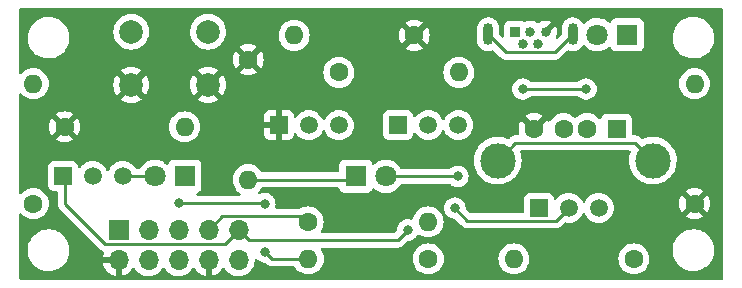
<source format=gbr>
%TF.GenerationSoftware,KiCad,Pcbnew,(6.0.1)*%
%TF.CreationDate,2022-10-23T07:17:19-07:00*%
%TF.ProjectId,DuDad,44754461-642e-46b6-9963-61645f706362,1.3*%
%TF.SameCoordinates,Original*%
%TF.FileFunction,Copper,L1,Top*%
%TF.FilePolarity,Positive*%
%FSLAX46Y46*%
G04 Gerber Fmt 4.6, Leading zero omitted, Abs format (unit mm)*
G04 Created by KiCad (PCBNEW (6.0.1)) date 2022-10-23 07:17:19*
%MOMM*%
%LPD*%
G01*
G04 APERTURE LIST*
%TA.AperFunction,ComponentPad*%
%ADD10R,0.840000X0.840000*%
%TD*%
%TA.AperFunction,ComponentPad*%
%ADD11C,0.840000*%
%TD*%
%TA.AperFunction,ComponentPad*%
%ADD12O,0.850000X1.850000*%
%TD*%
%TA.AperFunction,ComponentPad*%
%ADD13C,2.000000*%
%TD*%
%TA.AperFunction,ComponentPad*%
%ADD14R,1.800000X1.800000*%
%TD*%
%TA.AperFunction,ComponentPad*%
%ADD15C,1.800000*%
%TD*%
%TA.AperFunction,ComponentPad*%
%ADD16C,1.600000*%
%TD*%
%TA.AperFunction,ComponentPad*%
%ADD17O,1.600000X1.600000*%
%TD*%
%TA.AperFunction,ComponentPad*%
%ADD18R,1.600000X1.500000*%
%TD*%
%TA.AperFunction,ComponentPad*%
%ADD19C,3.000000*%
%TD*%
%TA.AperFunction,ComponentPad*%
%ADD20R,1.700000X1.700000*%
%TD*%
%TA.AperFunction,ComponentPad*%
%ADD21O,1.700000X1.700000*%
%TD*%
%TA.AperFunction,ComponentPad*%
%ADD22R,1.500000X1.500000*%
%TD*%
%TA.AperFunction,ComponentPad*%
%ADD23C,1.500000*%
%TD*%
%TA.AperFunction,ViaPad*%
%ADD24C,0.800000*%
%TD*%
%TA.AperFunction,Conductor*%
%ADD25C,0.250000*%
%TD*%
G04 APERTURE END LIST*
D10*
%TO.P,J2,1,VBUS*%
%TO.N,Net-(J2-Pad1)*%
X92500000Y-52500000D03*
D11*
%TO.P,J2,2,D-*%
%TO.N,Net-(J2-Pad2)*%
X93150000Y-53500000D03*
%TO.P,J2,3,D+*%
%TO.N,Net-(J2-Pad3)*%
X93800000Y-52500000D03*
%TO.P,J2,4,ID*%
%TO.N,unconnected-(J2-Pad4)*%
X94450000Y-53500000D03*
%TO.P,J2,5,GND*%
%TO.N,GND*%
X95100000Y-52500000D03*
D12*
%TO.P,J2,6,Shield*%
%TO.N,Net-(J2-Pad6)*%
X90225000Y-52720000D03*
X97375000Y-52720000D03*
%TD*%
D13*
%TO.P,SW1,1,1*%
%TO.N,Net-(J1-Pad1)*%
X66500000Y-52500000D03*
X60000000Y-52500000D03*
%TO.P,SW1,2,2*%
%TO.N,GND*%
X60000000Y-57000000D03*
X66500000Y-57000000D03*
%TD*%
D14*
%TO.P,D1,1,K*%
%TO.N,Net-(D1-Pad1)*%
X79000000Y-64750000D03*
D15*
%TO.P,D1,2,A*%
%TO.N,Net-(D1-Pad2)*%
X81540000Y-64750000D03*
%TD*%
D14*
%TO.P,D2,1,K*%
%TO.N,Net-(D2-Pad1)*%
X102000000Y-52750000D03*
D15*
%TO.P,D2,2,A*%
%TO.N,Net-(D2-Pad2)*%
X99460000Y-52750000D03*
%TD*%
D16*
%TO.P,R1,1*%
%TO.N,GND*%
X69900000Y-54864000D03*
D17*
%TO.P,R1,2*%
%TO.N,Net-(D1-Pad1)*%
X69900000Y-65024000D03*
%TD*%
D16*
%TO.P,R2,1*%
%TO.N,Net-(J1-Pad7)*%
X74970000Y-68600000D03*
D17*
%TO.P,R2,2*%
%TO.N,Net-(Q1-Pad2)*%
X85130000Y-68600000D03*
%TD*%
D16*
%TO.P,R3,1*%
%TO.N,GND*%
X107696000Y-67056000D03*
D17*
%TO.P,R3,2*%
%TO.N,Net-(D2-Pad1)*%
X107696000Y-56896000D03*
%TD*%
D14*
%TO.P,D3,1,K*%
%TO.N,Net-(D3-Pad1)*%
X64520000Y-64750000D03*
D15*
%TO.P,D3,2,A*%
%TO.N,Net-(D3-Pad2)*%
X61980000Y-64750000D03*
%TD*%
D16*
%TO.P,R4,1*%
%TO.N,GND*%
X54356000Y-60553600D03*
D17*
%TO.P,R4,2*%
%TO.N,Net-(D3-Pad1)*%
X64516000Y-60553600D03*
%TD*%
D16*
%TO.P,R5,1*%
%TO.N,Net-(J1-Pad10)*%
X51714400Y-67056000D03*
D17*
%TO.P,R5,2*%
%TO.N,Net-(Q2-Pad2)*%
X51714400Y-56896000D03*
%TD*%
D16*
%TO.P,R6,1*%
%TO.N,GND*%
X83950000Y-52800000D03*
D17*
%TO.P,R6,2*%
%TO.N,Net-(Q3-Pad2)*%
X73790000Y-52800000D03*
%TD*%
D16*
%TO.P,R8,1*%
%TO.N,Net-(Q4-Pad2)*%
X102550000Y-71725000D03*
D17*
%TO.P,R8,2*%
%TO.N,Net-(J2-Pad1)*%
X92390000Y-71725000D03*
%TD*%
D16*
%TO.P,R9,1*%
%TO.N,Net-(Q3-Pad3)*%
X77570000Y-55950000D03*
D17*
%TO.P,R9,2*%
%TO.N,Net-(Q4-Pad2)*%
X87730000Y-55950000D03*
%TD*%
D16*
%TO.P,R7,1*%
%TO.N,Net-(Q3-Pad2)*%
X85150000Y-71725000D03*
D17*
%TO.P,R7,2*%
%TO.N,+12V*%
X74990000Y-71725000D03*
%TD*%
D18*
%TO.P,J3,1,VBUS*%
%TO.N,Net-(D2-Pad2)*%
X101100000Y-60700000D03*
D16*
%TO.P,J3,2,D-*%
%TO.N,Net-(J2-Pad2)*%
X98600000Y-60700000D03*
%TO.P,J3,3,D+*%
%TO.N,Net-(J2-Pad3)*%
X96600000Y-60700000D03*
%TO.P,J3,4,GND*%
%TO.N,GND*%
X94100000Y-60700000D03*
D19*
%TO.P,J3,5,Shield*%
%TO.N,Net-(J2-Pad6)*%
X91030000Y-63410000D03*
X104170000Y-63410000D03*
%TD*%
D20*
%TO.P,J1,1,Pin_1*%
%TO.N,Net-(J1-Pad1)*%
X58928000Y-69291200D03*
D21*
%TO.P,J1,2,Pin_2*%
%TO.N,GND*%
X58928000Y-71831200D03*
%TO.P,J1,3,Pin_3*%
%TO.N,unconnected-(J1-Pad3)*%
X61468000Y-69291200D03*
%TO.P,J1,4,Pin_4*%
%TO.N,unconnected-(J1-Pad4)*%
X61468000Y-71831200D03*
%TO.P,J1,5,Pin_5*%
%TO.N,+12V*%
X64008000Y-69291200D03*
%TO.P,J1,6,Pin_6*%
%TO.N,unconnected-(J1-Pad6)*%
X64008000Y-71831200D03*
%TO.P,J1,7,Pin_7*%
%TO.N,Net-(J1-Pad7)*%
X66548000Y-69291200D03*
%TO.P,J1,8,Pin_8*%
%TO.N,GND*%
X66548000Y-71831200D03*
%TO.P,J1,9,Pin_9*%
%TO.N,+3V3*%
X69088000Y-69291200D03*
%TO.P,J1,10,Pin_10*%
%TO.N,Net-(J1-Pad10)*%
X69088000Y-71831200D03*
%TD*%
D22*
%TO.P,Q1,1,E*%
%TO.N,+3V3*%
X82600000Y-60400000D03*
D23*
%TO.P,Q1,2,B*%
%TO.N,Net-(Q1-Pad2)*%
X85140000Y-60400000D03*
%TO.P,Q1,3,C*%
%TO.N,Net-(D1-Pad2)*%
X87680000Y-60400000D03*
%TD*%
D22*
%TO.P,Q2,1,E*%
%TO.N,+3V3*%
X54206800Y-64715000D03*
D23*
%TO.P,Q2,2,B*%
%TO.N,Net-(Q2-Pad2)*%
X56746800Y-64715000D03*
%TO.P,Q2,3,C*%
%TO.N,Net-(D3-Pad2)*%
X59286800Y-64715000D03*
%TD*%
D22*
%TO.P,Q3,1,S*%
%TO.N,GND*%
X72500000Y-60410000D03*
D23*
%TO.P,Q3,2,G*%
%TO.N,Net-(Q3-Pad2)*%
X75040000Y-60410000D03*
%TO.P,Q3,3,D*%
%TO.N,Net-(Q3-Pad3)*%
X77580000Y-60410000D03*
%TD*%
D22*
%TO.P,Q4,1,E*%
%TO.N,Net-(J2-Pad1)*%
X94510000Y-67410000D03*
D23*
%TO.P,Q4,2,B*%
%TO.N,Net-(Q4-Pad2)*%
X97050000Y-67410000D03*
%TO.P,Q4,3,C*%
%TO.N,Net-(D2-Pad2)*%
X99590000Y-67410000D03*
%TD*%
D24*
%TO.N,Net-(J2-Pad2)*%
X93150000Y-57350000D03*
X98500000Y-57350000D03*
%TO.N,+12V*%
X71302201Y-67047799D03*
X64008000Y-67005200D03*
X71350000Y-71150000D03*
%TO.N,Net-(D1-Pad2)*%
X87650000Y-64750000D03*
%TO.N,+3V3*%
X83413600Y-69291200D03*
%TO.N,Net-(Q4-Pad2)*%
X87400000Y-67425000D03*
%TD*%
D25*
%TO.N,Net-(J2-Pad2)*%
X98500000Y-57350000D02*
X93150000Y-57350000D01*
%TO.N,Net-(J2-Pad6)*%
X102670000Y-61910000D02*
X104170000Y-63410000D01*
X91030000Y-63410000D02*
X92530000Y-61910000D01*
X92530000Y-61910000D02*
X102670000Y-61910000D01*
X90225000Y-52720000D02*
X91750001Y-54245001D01*
X91750001Y-54245001D02*
X95849999Y-54245001D01*
X95849999Y-54245001D02*
X97375000Y-52720000D01*
%TO.N,+12V*%
X74990000Y-71725000D02*
X71925000Y-71725000D01*
X71259602Y-67005200D02*
X71302201Y-67047799D01*
X71925000Y-71725000D02*
X71350000Y-71150000D01*
X64008000Y-67005200D02*
X71259602Y-67005200D01*
%TO.N,Net-(D1-Pad1)*%
X78726000Y-65024000D02*
X79000000Y-64750000D01*
X70358000Y-65024000D02*
X78726000Y-65024000D01*
%TO.N,Net-(D1-Pad2)*%
X81540000Y-64750000D02*
X87650000Y-64750000D01*
%TO.N,Net-(J1-Pad7)*%
X74486689Y-68116689D02*
X74970000Y-68600000D01*
X67722511Y-68116689D02*
X74486689Y-68116689D01*
X66548000Y-69291200D02*
X67722511Y-68116689D01*
%TO.N,Net-(D3-Pad2)*%
X59321800Y-64750000D02*
X59286800Y-64715000D01*
X61980000Y-64750000D02*
X59321800Y-64750000D01*
%TO.N,+3V3*%
X57817999Y-70466201D02*
X67912999Y-70466201D01*
X69088000Y-69291200D02*
X69938000Y-70141200D01*
X67912999Y-70466201D02*
X69088000Y-69291200D01*
X69938000Y-70141200D02*
X82563600Y-70141200D01*
X82563600Y-70141200D02*
X83413600Y-69291200D01*
X54406800Y-67055002D02*
X57817999Y-70466201D01*
X54406800Y-67055002D02*
X54406800Y-64715000D01*
%TO.N,Net-(Q4-Pad2)*%
X95975489Y-68484511D02*
X97050000Y-67410000D01*
X87400000Y-67425000D02*
X88459511Y-68484511D01*
X88459511Y-68484511D02*
X95975489Y-68484511D01*
%TD*%
%TA.AperFunction,Conductor*%
%TO.N,GND*%
G36*
X110034121Y-50528002D02*
G01*
X110080614Y-50581658D01*
X110092000Y-50634000D01*
X110092000Y-73366000D01*
X110071998Y-73434121D01*
X110018342Y-73480614D01*
X109966000Y-73492000D01*
X50634000Y-73492000D01*
X50565879Y-73471998D01*
X50519386Y-73418342D01*
X50508000Y-73366000D01*
X50508000Y-71107655D01*
X51239858Y-71107655D01*
X51275104Y-71366638D01*
X51276412Y-71371124D01*
X51276412Y-71371126D01*
X51296098Y-71438664D01*
X51348243Y-71617567D01*
X51457668Y-71854928D01*
X51460231Y-71858837D01*
X51598410Y-72069596D01*
X51598414Y-72069601D01*
X51600976Y-72073509D01*
X51775018Y-72268506D01*
X51975970Y-72435637D01*
X51999630Y-72449994D01*
X52195422Y-72568804D01*
X52195426Y-72568806D01*
X52199419Y-72571229D01*
X52440455Y-72672303D01*
X52693783Y-72736641D01*
X52698434Y-72737109D01*
X52698438Y-72737110D01*
X52891308Y-72756531D01*
X52910867Y-72758500D01*
X53066354Y-72758500D01*
X53068679Y-72758327D01*
X53068685Y-72758327D01*
X53256000Y-72744407D01*
X53256004Y-72744406D01*
X53260652Y-72744061D01*
X53265200Y-72743032D01*
X53265206Y-72743031D01*
X53451601Y-72700853D01*
X53515577Y-72686377D01*
X53551769Y-72672303D01*
X53754824Y-72593340D01*
X53754827Y-72593339D01*
X53759177Y-72591647D01*
X53986098Y-72461951D01*
X54191357Y-72300138D01*
X54370443Y-72109763D01*
X54377794Y-72099166D01*
X57596257Y-72099166D01*
X57626565Y-72233646D01*
X57629645Y-72243475D01*
X57709770Y-72440803D01*
X57714413Y-72449994D01*
X57825694Y-72631588D01*
X57831777Y-72639899D01*
X57971213Y-72800867D01*
X57978580Y-72808083D01*
X58142434Y-72944116D01*
X58150881Y-72950031D01*
X58334756Y-73057479D01*
X58344042Y-73061929D01*
X58543001Y-73137903D01*
X58552899Y-73140779D01*
X58656250Y-73161806D01*
X58670299Y-73160610D01*
X58674000Y-73150265D01*
X58674000Y-72103315D01*
X58669525Y-72088076D01*
X58668135Y-72086871D01*
X58660452Y-72085200D01*
X57611225Y-72085200D01*
X57597694Y-72089173D01*
X57596257Y-72099166D01*
X54377794Y-72099166D01*
X54519424Y-71895009D01*
X54554464Y-71823955D01*
X54632960Y-71664781D01*
X54632961Y-71664778D01*
X54635025Y-71660593D01*
X54651681Y-71608561D01*
X54713280Y-71416123D01*
X54714707Y-71411665D01*
X54756721Y-71153693D01*
X54759170Y-70966634D01*
X54760081Y-70897022D01*
X54760081Y-70897019D01*
X54760142Y-70892345D01*
X54724896Y-70633362D01*
X54720588Y-70618580D01*
X54683996Y-70493039D01*
X54651757Y-70382433D01*
X54542332Y-70145072D01*
X54427593Y-69970066D01*
X54401590Y-69930404D01*
X54401586Y-69930399D01*
X54399024Y-69926491D01*
X54224982Y-69731494D01*
X54024030Y-69564363D01*
X53897690Y-69487698D01*
X53804578Y-69431196D01*
X53804574Y-69431194D01*
X53800581Y-69428771D01*
X53559545Y-69327697D01*
X53306217Y-69263359D01*
X53301566Y-69262891D01*
X53301562Y-69262890D01*
X53092271Y-69241816D01*
X53089133Y-69241500D01*
X52933646Y-69241500D01*
X52931321Y-69241673D01*
X52931315Y-69241673D01*
X52744000Y-69255593D01*
X52743996Y-69255594D01*
X52739348Y-69255939D01*
X52734800Y-69256968D01*
X52734794Y-69256969D01*
X52548399Y-69299147D01*
X52484423Y-69313623D01*
X52480071Y-69315315D01*
X52480069Y-69315316D01*
X52245176Y-69406660D01*
X52245173Y-69406661D01*
X52240823Y-69408353D01*
X52236769Y-69410670D01*
X52236767Y-69410671D01*
X52185821Y-69439789D01*
X52013902Y-69538049D01*
X51808643Y-69699862D01*
X51629557Y-69890237D01*
X51480576Y-70104991D01*
X51478510Y-70109181D01*
X51478508Y-70109184D01*
X51433871Y-70199700D01*
X51364975Y-70339407D01*
X51285293Y-70588335D01*
X51243279Y-70846307D01*
X51243218Y-70850980D01*
X51240193Y-71082099D01*
X51239858Y-71107655D01*
X50508000Y-71107655D01*
X50508000Y-68004288D01*
X50528002Y-67936167D01*
X50581658Y-67889674D01*
X50651932Y-67879570D01*
X50716512Y-67909064D01*
X50723095Y-67915193D01*
X50870100Y-68062198D01*
X50874608Y-68065355D01*
X50874611Y-68065357D01*
X50892580Y-68077939D01*
X51057651Y-68193523D01*
X51062633Y-68195846D01*
X51062638Y-68195849D01*
X51233609Y-68275573D01*
X51265157Y-68290284D01*
X51270465Y-68291706D01*
X51270467Y-68291707D01*
X51480998Y-68348119D01*
X51481000Y-68348119D01*
X51486313Y-68349543D01*
X51714400Y-68369498D01*
X51942487Y-68349543D01*
X51947800Y-68348119D01*
X51947802Y-68348119D01*
X52158333Y-68291707D01*
X52158335Y-68291706D01*
X52163643Y-68290284D01*
X52195191Y-68275573D01*
X52366162Y-68195849D01*
X52366167Y-68195846D01*
X52371149Y-68193523D01*
X52536220Y-68077939D01*
X52554189Y-68065357D01*
X52554192Y-68065355D01*
X52558700Y-68062198D01*
X52720598Y-67900300D01*
X52728039Y-67889674D01*
X52792872Y-67797082D01*
X52851923Y-67712749D01*
X52854246Y-67707767D01*
X52854249Y-67707762D01*
X52946361Y-67510225D01*
X52946361Y-67510224D01*
X52948684Y-67505243D01*
X52954594Y-67483189D01*
X53006519Y-67289402D01*
X53006519Y-67289400D01*
X53007943Y-67284087D01*
X53027898Y-67056000D01*
X53007943Y-66827913D01*
X53006519Y-66822598D01*
X52950107Y-66612067D01*
X52950106Y-66612065D01*
X52948684Y-66606757D01*
X52920800Y-66546959D01*
X52854249Y-66404238D01*
X52854246Y-66404233D01*
X52851923Y-66399251D01*
X52730449Y-66225768D01*
X52723757Y-66216211D01*
X52723755Y-66216208D01*
X52720598Y-66211700D01*
X52558700Y-66049802D01*
X52554192Y-66046645D01*
X52554189Y-66046643D01*
X52441301Y-65967598D01*
X52371149Y-65918477D01*
X52366167Y-65916154D01*
X52366162Y-65916151D01*
X52168625Y-65824039D01*
X52168624Y-65824039D01*
X52163643Y-65821716D01*
X52158335Y-65820294D01*
X52158333Y-65820293D01*
X51947802Y-65763881D01*
X51947800Y-65763881D01*
X51942487Y-65762457D01*
X51714400Y-65742502D01*
X51486313Y-65762457D01*
X51481000Y-65763881D01*
X51480998Y-65763881D01*
X51270467Y-65820293D01*
X51270465Y-65820294D01*
X51265157Y-65821716D01*
X51260176Y-65824039D01*
X51260175Y-65824039D01*
X51062638Y-65916151D01*
X51062633Y-65916154D01*
X51057651Y-65918477D01*
X50987499Y-65967598D01*
X50874611Y-66046643D01*
X50874608Y-66046645D01*
X50870100Y-66049802D01*
X50723095Y-66196807D01*
X50660783Y-66230833D01*
X50589968Y-66225768D01*
X50533132Y-66183221D01*
X50508321Y-66116701D01*
X50508000Y-66107712D01*
X50508000Y-65513134D01*
X52948300Y-65513134D01*
X52955055Y-65575316D01*
X53006185Y-65711705D01*
X53093539Y-65828261D01*
X53210095Y-65915615D01*
X53346484Y-65966745D01*
X53408666Y-65973500D01*
X53647300Y-65973500D01*
X53715421Y-65993502D01*
X53761914Y-66047158D01*
X53773300Y-66099500D01*
X53773300Y-66976235D01*
X53772773Y-66987418D01*
X53771098Y-66994911D01*
X53771347Y-67002837D01*
X53771347Y-67002838D01*
X53773238Y-67062988D01*
X53773300Y-67066947D01*
X53773300Y-67094858D01*
X53773797Y-67098792D01*
X53773797Y-67098793D01*
X53773805Y-67098858D01*
X53774738Y-67110695D01*
X53776127Y-67154891D01*
X53781778Y-67174341D01*
X53785787Y-67193702D01*
X53788326Y-67213799D01*
X53791245Y-67221170D01*
X53791245Y-67221172D01*
X53804604Y-67254914D01*
X53808449Y-67266144D01*
X53814503Y-67286981D01*
X53820782Y-67308595D01*
X53824815Y-67315414D01*
X53824817Y-67315419D01*
X53831093Y-67326030D01*
X53839788Y-67343778D01*
X53847248Y-67362619D01*
X53851910Y-67369035D01*
X53851910Y-67369036D01*
X53873236Y-67398389D01*
X53879752Y-67408309D01*
X53893506Y-67431565D01*
X53902258Y-67446364D01*
X53916579Y-67460685D01*
X53929419Y-67475718D01*
X53941328Y-67492109D01*
X53975405Y-67520300D01*
X53984184Y-67528290D01*
X57314347Y-70858454D01*
X57321887Y-70866740D01*
X57325999Y-70873219D01*
X57331776Y-70878644D01*
X57375650Y-70919844D01*
X57378492Y-70922599D01*
X57398229Y-70942336D01*
X57401426Y-70944816D01*
X57410446Y-70952519D01*
X57442678Y-70982787D01*
X57449624Y-70986606D01*
X57449627Y-70986608D01*
X57460433Y-70992549D01*
X57476952Y-71003400D01*
X57492958Y-71015815D01*
X57500227Y-71018960D01*
X57500231Y-71018963D01*
X57533536Y-71033375D01*
X57544186Y-71038592D01*
X57582939Y-71059896D01*
X57590614Y-71061867D01*
X57590615Y-71061867D01*
X57602561Y-71064934D01*
X57621259Y-71071335D01*
X57637630Y-71078420D01*
X57692203Y-71123828D01*
X57713564Y-71191535D01*
X57701877Y-71247106D01*
X57651338Y-71355983D01*
X57647775Y-71365670D01*
X57592389Y-71565383D01*
X57593912Y-71573807D01*
X57606292Y-71577200D01*
X59056000Y-71577200D01*
X59124121Y-71597202D01*
X59170614Y-71650858D01*
X59182000Y-71703200D01*
X59182000Y-73149717D01*
X59186064Y-73163559D01*
X59199478Y-73165593D01*
X59206184Y-73164734D01*
X59216262Y-73162592D01*
X59420255Y-73101391D01*
X59429842Y-73097633D01*
X59621095Y-73003939D01*
X59629945Y-72998664D01*
X59803328Y-72874992D01*
X59811200Y-72868339D01*
X59962052Y-72718012D01*
X59968730Y-72710165D01*
X60096022Y-72533019D01*
X60097279Y-72533922D01*
X60144373Y-72490562D01*
X60214311Y-72478345D01*
X60279751Y-72505878D01*
X60307579Y-72537711D01*
X60325310Y-72566645D01*
X60367987Y-72636288D01*
X60514250Y-72805138D01*
X60686126Y-72947832D01*
X60879000Y-73060538D01*
X61087692Y-73140230D01*
X61092760Y-73141261D01*
X61092763Y-73141262D01*
X61187862Y-73160610D01*
X61306597Y-73184767D01*
X61311772Y-73184957D01*
X61311774Y-73184957D01*
X61524673Y-73192764D01*
X61524677Y-73192764D01*
X61529837Y-73192953D01*
X61534957Y-73192297D01*
X61534959Y-73192297D01*
X61746288Y-73165225D01*
X61746289Y-73165225D01*
X61751416Y-73164568D01*
X61756366Y-73163083D01*
X61960429Y-73101861D01*
X61960434Y-73101859D01*
X61965384Y-73100374D01*
X62165994Y-73002096D01*
X62347860Y-72872373D01*
X62355411Y-72864849D01*
X62477655Y-72743031D01*
X62506096Y-72714689D01*
X62636453Y-72533277D01*
X62637776Y-72534228D01*
X62684645Y-72491057D01*
X62754580Y-72478825D01*
X62820026Y-72506344D01*
X62847875Y-72538194D01*
X62907987Y-72636288D01*
X63054250Y-72805138D01*
X63226126Y-72947832D01*
X63419000Y-73060538D01*
X63627692Y-73140230D01*
X63632760Y-73141261D01*
X63632763Y-73141262D01*
X63727862Y-73160610D01*
X63846597Y-73184767D01*
X63851772Y-73184957D01*
X63851774Y-73184957D01*
X64064673Y-73192764D01*
X64064677Y-73192764D01*
X64069837Y-73192953D01*
X64074957Y-73192297D01*
X64074959Y-73192297D01*
X64286288Y-73165225D01*
X64286289Y-73165225D01*
X64291416Y-73164568D01*
X64296366Y-73163083D01*
X64500429Y-73101861D01*
X64500434Y-73101859D01*
X64505384Y-73100374D01*
X64705994Y-73002096D01*
X64887860Y-72872373D01*
X64895411Y-72864849D01*
X65017655Y-72743031D01*
X65046096Y-72714689D01*
X65176453Y-72533277D01*
X65177640Y-72534130D01*
X65224960Y-72490562D01*
X65294897Y-72478345D01*
X65360338Y-72505878D01*
X65388166Y-72537711D01*
X65445694Y-72631588D01*
X65451777Y-72639899D01*
X65591213Y-72800867D01*
X65598580Y-72808083D01*
X65762434Y-72944116D01*
X65770881Y-72950031D01*
X65954756Y-73057479D01*
X65964042Y-73061929D01*
X66163001Y-73137903D01*
X66172899Y-73140779D01*
X66276250Y-73161806D01*
X66290299Y-73160610D01*
X66294000Y-73150265D01*
X66294000Y-71703200D01*
X66314002Y-71635079D01*
X66367658Y-71588586D01*
X66420000Y-71577200D01*
X66676000Y-71577200D01*
X66744121Y-71597202D01*
X66790614Y-71650858D01*
X66802000Y-71703200D01*
X66802000Y-73149717D01*
X66806064Y-73163559D01*
X66819478Y-73165593D01*
X66826184Y-73164734D01*
X66836262Y-73162592D01*
X67040255Y-73101391D01*
X67049842Y-73097633D01*
X67241095Y-73003939D01*
X67249945Y-72998664D01*
X67423328Y-72874992D01*
X67431200Y-72868339D01*
X67582052Y-72718012D01*
X67588730Y-72710165D01*
X67716022Y-72533019D01*
X67717279Y-72533922D01*
X67764373Y-72490562D01*
X67834311Y-72478345D01*
X67899751Y-72505878D01*
X67927579Y-72537711D01*
X67945310Y-72566645D01*
X67987987Y-72636288D01*
X68134250Y-72805138D01*
X68306126Y-72947832D01*
X68499000Y-73060538D01*
X68707692Y-73140230D01*
X68712760Y-73141261D01*
X68712763Y-73141262D01*
X68807862Y-73160610D01*
X68926597Y-73184767D01*
X68931772Y-73184957D01*
X68931774Y-73184957D01*
X69144673Y-73192764D01*
X69144677Y-73192764D01*
X69149837Y-73192953D01*
X69154957Y-73192297D01*
X69154959Y-73192297D01*
X69366288Y-73165225D01*
X69366289Y-73165225D01*
X69371416Y-73164568D01*
X69376366Y-73163083D01*
X69580429Y-73101861D01*
X69580434Y-73101859D01*
X69585384Y-73100374D01*
X69785994Y-73002096D01*
X69967860Y-72872373D01*
X69975411Y-72864849D01*
X70097655Y-72743031D01*
X70126096Y-72714689D01*
X70256453Y-72533277D01*
X70269995Y-72505878D01*
X70353136Y-72337653D01*
X70353137Y-72337651D01*
X70355430Y-72333011D01*
X70420370Y-72119269D01*
X70449529Y-71897790D01*
X70449611Y-71894440D01*
X70451076Y-71834494D01*
X70472736Y-71766883D01*
X70527512Y-71721715D01*
X70598012Y-71713331D01*
X70661853Y-71744393D01*
X70670672Y-71753261D01*
X70738747Y-71828866D01*
X70893248Y-71941118D01*
X70899276Y-71943802D01*
X70899278Y-71943803D01*
X71061681Y-72016109D01*
X71067712Y-72018794D01*
X71161112Y-72038647D01*
X71248056Y-72057128D01*
X71248061Y-72057128D01*
X71254513Y-72058500D01*
X71310405Y-72058500D01*
X71378526Y-72078502D01*
X71399500Y-72095405D01*
X71421348Y-72117253D01*
X71428888Y-72125539D01*
X71433000Y-72132018D01*
X71438777Y-72137443D01*
X71482651Y-72178643D01*
X71485493Y-72181398D01*
X71505230Y-72201135D01*
X71508427Y-72203615D01*
X71517447Y-72211318D01*
X71549679Y-72241586D01*
X71556625Y-72245405D01*
X71556628Y-72245407D01*
X71567434Y-72251348D01*
X71583953Y-72262199D01*
X71599959Y-72274614D01*
X71607228Y-72277759D01*
X71607232Y-72277762D01*
X71640537Y-72292174D01*
X71651187Y-72297391D01*
X71689940Y-72318695D01*
X71697615Y-72320666D01*
X71697616Y-72320666D01*
X71709562Y-72323733D01*
X71728266Y-72330137D01*
X71734908Y-72333011D01*
X71746855Y-72338181D01*
X71754678Y-72339420D01*
X71754688Y-72339423D01*
X71790524Y-72345099D01*
X71802144Y-72347505D01*
X71837289Y-72356528D01*
X71844970Y-72358500D01*
X71865224Y-72358500D01*
X71884934Y-72360051D01*
X71904943Y-72363220D01*
X71912835Y-72362474D01*
X71948961Y-72359059D01*
X71960819Y-72358500D01*
X73770606Y-72358500D01*
X73838727Y-72378502D01*
X73873819Y-72412229D01*
X73959244Y-72534228D01*
X73983802Y-72569300D01*
X74145700Y-72731198D01*
X74150208Y-72734355D01*
X74150211Y-72734357D01*
X74151828Y-72735489D01*
X74333251Y-72862523D01*
X74338233Y-72864846D01*
X74338238Y-72864849D01*
X74521795Y-72950442D01*
X74540757Y-72959284D01*
X74546065Y-72960706D01*
X74546067Y-72960707D01*
X74756598Y-73017119D01*
X74756600Y-73017119D01*
X74761913Y-73018543D01*
X74990000Y-73038498D01*
X75218087Y-73018543D01*
X75223400Y-73017119D01*
X75223402Y-73017119D01*
X75433933Y-72960707D01*
X75433935Y-72960706D01*
X75439243Y-72959284D01*
X75458205Y-72950442D01*
X75641762Y-72864849D01*
X75641767Y-72864846D01*
X75646749Y-72862523D01*
X75828172Y-72735489D01*
X75829789Y-72734357D01*
X75829792Y-72734355D01*
X75834300Y-72731198D01*
X75996198Y-72569300D01*
X76020825Y-72534130D01*
X76079737Y-72449994D01*
X76127523Y-72381749D01*
X76129846Y-72376767D01*
X76129849Y-72376762D01*
X76221961Y-72179225D01*
X76221961Y-72179224D01*
X76224284Y-72174243D01*
X76239015Y-72119269D01*
X76282119Y-71958402D01*
X76282119Y-71958400D01*
X76283543Y-71953087D01*
X76303498Y-71725000D01*
X83836502Y-71725000D01*
X83856457Y-71953087D01*
X83857881Y-71958400D01*
X83857881Y-71958402D01*
X83900986Y-72119269D01*
X83915716Y-72174243D01*
X83918039Y-72179224D01*
X83918039Y-72179225D01*
X84010151Y-72376762D01*
X84010154Y-72376767D01*
X84012477Y-72381749D01*
X84060263Y-72449994D01*
X84119176Y-72534130D01*
X84143802Y-72569300D01*
X84305700Y-72731198D01*
X84310208Y-72734355D01*
X84310211Y-72734357D01*
X84311828Y-72735489D01*
X84493251Y-72862523D01*
X84498233Y-72864846D01*
X84498238Y-72864849D01*
X84681795Y-72950442D01*
X84700757Y-72959284D01*
X84706065Y-72960706D01*
X84706067Y-72960707D01*
X84916598Y-73017119D01*
X84916600Y-73017119D01*
X84921913Y-73018543D01*
X85150000Y-73038498D01*
X85378087Y-73018543D01*
X85383400Y-73017119D01*
X85383402Y-73017119D01*
X85593933Y-72960707D01*
X85593935Y-72960706D01*
X85599243Y-72959284D01*
X85618205Y-72950442D01*
X85801762Y-72864849D01*
X85801767Y-72864846D01*
X85806749Y-72862523D01*
X85988172Y-72735489D01*
X85989789Y-72734357D01*
X85989792Y-72734355D01*
X85994300Y-72731198D01*
X86156198Y-72569300D01*
X86180825Y-72534130D01*
X86239737Y-72449994D01*
X86287523Y-72381749D01*
X86289846Y-72376767D01*
X86289849Y-72376762D01*
X86381961Y-72179225D01*
X86381961Y-72179224D01*
X86384284Y-72174243D01*
X86399015Y-72119269D01*
X86442119Y-71958402D01*
X86442119Y-71958400D01*
X86443543Y-71953087D01*
X86463498Y-71725000D01*
X91076502Y-71725000D01*
X91096457Y-71953087D01*
X91097881Y-71958400D01*
X91097881Y-71958402D01*
X91140986Y-72119269D01*
X91155716Y-72174243D01*
X91158039Y-72179224D01*
X91158039Y-72179225D01*
X91250151Y-72376762D01*
X91250154Y-72376767D01*
X91252477Y-72381749D01*
X91300263Y-72449994D01*
X91359176Y-72534130D01*
X91383802Y-72569300D01*
X91545700Y-72731198D01*
X91550208Y-72734355D01*
X91550211Y-72734357D01*
X91551828Y-72735489D01*
X91733251Y-72862523D01*
X91738233Y-72864846D01*
X91738238Y-72864849D01*
X91921795Y-72950442D01*
X91940757Y-72959284D01*
X91946065Y-72960706D01*
X91946067Y-72960707D01*
X92156598Y-73017119D01*
X92156600Y-73017119D01*
X92161913Y-73018543D01*
X92390000Y-73038498D01*
X92618087Y-73018543D01*
X92623400Y-73017119D01*
X92623402Y-73017119D01*
X92833933Y-72960707D01*
X92833935Y-72960706D01*
X92839243Y-72959284D01*
X92858205Y-72950442D01*
X93041762Y-72864849D01*
X93041767Y-72864846D01*
X93046749Y-72862523D01*
X93228172Y-72735489D01*
X93229789Y-72734357D01*
X93229792Y-72734355D01*
X93234300Y-72731198D01*
X93396198Y-72569300D01*
X93420825Y-72534130D01*
X93479737Y-72449994D01*
X93527523Y-72381749D01*
X93529846Y-72376767D01*
X93529849Y-72376762D01*
X93621961Y-72179225D01*
X93621961Y-72179224D01*
X93624284Y-72174243D01*
X93639015Y-72119269D01*
X93682119Y-71958402D01*
X93682119Y-71958400D01*
X93683543Y-71953087D01*
X93703498Y-71725000D01*
X101236502Y-71725000D01*
X101256457Y-71953087D01*
X101257881Y-71958400D01*
X101257881Y-71958402D01*
X101300986Y-72119269D01*
X101315716Y-72174243D01*
X101318039Y-72179224D01*
X101318039Y-72179225D01*
X101410151Y-72376762D01*
X101410154Y-72376767D01*
X101412477Y-72381749D01*
X101460263Y-72449994D01*
X101519176Y-72534130D01*
X101543802Y-72569300D01*
X101705700Y-72731198D01*
X101710208Y-72734355D01*
X101710211Y-72734357D01*
X101711828Y-72735489D01*
X101893251Y-72862523D01*
X101898233Y-72864846D01*
X101898238Y-72864849D01*
X102081795Y-72950442D01*
X102100757Y-72959284D01*
X102106065Y-72960706D01*
X102106067Y-72960707D01*
X102316598Y-73017119D01*
X102316600Y-73017119D01*
X102321913Y-73018543D01*
X102550000Y-73038498D01*
X102778087Y-73018543D01*
X102783400Y-73017119D01*
X102783402Y-73017119D01*
X102993933Y-72960707D01*
X102993935Y-72960706D01*
X102999243Y-72959284D01*
X103018205Y-72950442D01*
X103201762Y-72864849D01*
X103201767Y-72864846D01*
X103206749Y-72862523D01*
X103388172Y-72735489D01*
X103389789Y-72734357D01*
X103389792Y-72734355D01*
X103394300Y-72731198D01*
X103556198Y-72569300D01*
X103580825Y-72534130D01*
X103639737Y-72449994D01*
X103687523Y-72381749D01*
X103689846Y-72376767D01*
X103689849Y-72376762D01*
X103781961Y-72179225D01*
X103781961Y-72179224D01*
X103784284Y-72174243D01*
X103799015Y-72119269D01*
X103842119Y-71958402D01*
X103842119Y-71958400D01*
X103843543Y-71953087D01*
X103863498Y-71725000D01*
X103843543Y-71496913D01*
X103784284Y-71275757D01*
X103729517Y-71158308D01*
X103705898Y-71107655D01*
X105839858Y-71107655D01*
X105875104Y-71366638D01*
X105876412Y-71371124D01*
X105876412Y-71371126D01*
X105896098Y-71438664D01*
X105948243Y-71617567D01*
X106057668Y-71854928D01*
X106060231Y-71858837D01*
X106198410Y-72069596D01*
X106198414Y-72069601D01*
X106200976Y-72073509D01*
X106375018Y-72268506D01*
X106575970Y-72435637D01*
X106599630Y-72449994D01*
X106795422Y-72568804D01*
X106795426Y-72568806D01*
X106799419Y-72571229D01*
X107040455Y-72672303D01*
X107293783Y-72736641D01*
X107298434Y-72737109D01*
X107298438Y-72737110D01*
X107491308Y-72756531D01*
X107510867Y-72758500D01*
X107666354Y-72758500D01*
X107668679Y-72758327D01*
X107668685Y-72758327D01*
X107856000Y-72744407D01*
X107856004Y-72744406D01*
X107860652Y-72744061D01*
X107865200Y-72743032D01*
X107865206Y-72743031D01*
X108051601Y-72700853D01*
X108115577Y-72686377D01*
X108151769Y-72672303D01*
X108354824Y-72593340D01*
X108354827Y-72593339D01*
X108359177Y-72591647D01*
X108586098Y-72461951D01*
X108791357Y-72300138D01*
X108970443Y-72109763D01*
X109119424Y-71895009D01*
X109154464Y-71823955D01*
X109232960Y-71664781D01*
X109232961Y-71664778D01*
X109235025Y-71660593D01*
X109251681Y-71608561D01*
X109313280Y-71416123D01*
X109314707Y-71411665D01*
X109356721Y-71153693D01*
X109359170Y-70966634D01*
X109360081Y-70897022D01*
X109360081Y-70897019D01*
X109360142Y-70892345D01*
X109324896Y-70633362D01*
X109320588Y-70618580D01*
X109283996Y-70493039D01*
X109251757Y-70382433D01*
X109142332Y-70145072D01*
X109027593Y-69970066D01*
X109001590Y-69930404D01*
X109001586Y-69930399D01*
X108999024Y-69926491D01*
X108824982Y-69731494D01*
X108624030Y-69564363D01*
X108497690Y-69487698D01*
X108404578Y-69431196D01*
X108404574Y-69431194D01*
X108400581Y-69428771D01*
X108159545Y-69327697D01*
X107906217Y-69263359D01*
X107901566Y-69262891D01*
X107901562Y-69262890D01*
X107692271Y-69241816D01*
X107689133Y-69241500D01*
X107533646Y-69241500D01*
X107531321Y-69241673D01*
X107531315Y-69241673D01*
X107344000Y-69255593D01*
X107343996Y-69255594D01*
X107339348Y-69255939D01*
X107334800Y-69256968D01*
X107334794Y-69256969D01*
X107148399Y-69299147D01*
X107084423Y-69313623D01*
X107080071Y-69315315D01*
X107080069Y-69315316D01*
X106845176Y-69406660D01*
X106845173Y-69406661D01*
X106840823Y-69408353D01*
X106836769Y-69410670D01*
X106836767Y-69410671D01*
X106785821Y-69439789D01*
X106613902Y-69538049D01*
X106408643Y-69699862D01*
X106229557Y-69890237D01*
X106080576Y-70104991D01*
X106078510Y-70109181D01*
X106078508Y-70109184D01*
X106033871Y-70199700D01*
X105964975Y-70339407D01*
X105885293Y-70588335D01*
X105843279Y-70846307D01*
X105843218Y-70850980D01*
X105840193Y-71082099D01*
X105839858Y-71107655D01*
X103705898Y-71107655D01*
X103689849Y-71073238D01*
X103689846Y-71073233D01*
X103687523Y-71068251D01*
X103601088Y-70944809D01*
X103559357Y-70885211D01*
X103559355Y-70885208D01*
X103556198Y-70880700D01*
X103394300Y-70718802D01*
X103389792Y-70715645D01*
X103389789Y-70715643D01*
X103259490Y-70624407D01*
X103206749Y-70587477D01*
X103201767Y-70585154D01*
X103201762Y-70585151D01*
X103004225Y-70493039D01*
X103004224Y-70493039D01*
X102999243Y-70490716D01*
X102993935Y-70489294D01*
X102993933Y-70489293D01*
X102783402Y-70432881D01*
X102783400Y-70432881D01*
X102778087Y-70431457D01*
X102550000Y-70411502D01*
X102321913Y-70431457D01*
X102316600Y-70432881D01*
X102316598Y-70432881D01*
X102106067Y-70489293D01*
X102106065Y-70489294D01*
X102100757Y-70490716D01*
X102095776Y-70493039D01*
X102095775Y-70493039D01*
X101898238Y-70585151D01*
X101898233Y-70585154D01*
X101893251Y-70587477D01*
X101840510Y-70624407D01*
X101710211Y-70715643D01*
X101710208Y-70715645D01*
X101705700Y-70718802D01*
X101543802Y-70880700D01*
X101540645Y-70885208D01*
X101540643Y-70885211D01*
X101498912Y-70944809D01*
X101412477Y-71068251D01*
X101410154Y-71073233D01*
X101410151Y-71073238D01*
X101370483Y-71158308D01*
X101315716Y-71275757D01*
X101256457Y-71496913D01*
X101236502Y-71725000D01*
X93703498Y-71725000D01*
X93683543Y-71496913D01*
X93624284Y-71275757D01*
X93569517Y-71158308D01*
X93529849Y-71073238D01*
X93529846Y-71073233D01*
X93527523Y-71068251D01*
X93441088Y-70944809D01*
X93399357Y-70885211D01*
X93399355Y-70885208D01*
X93396198Y-70880700D01*
X93234300Y-70718802D01*
X93229792Y-70715645D01*
X93229789Y-70715643D01*
X93099490Y-70624407D01*
X93046749Y-70587477D01*
X93041767Y-70585154D01*
X93041762Y-70585151D01*
X92844225Y-70493039D01*
X92844224Y-70493039D01*
X92839243Y-70490716D01*
X92833935Y-70489294D01*
X92833933Y-70489293D01*
X92623402Y-70432881D01*
X92623400Y-70432881D01*
X92618087Y-70431457D01*
X92390000Y-70411502D01*
X92161913Y-70431457D01*
X92156600Y-70432881D01*
X92156598Y-70432881D01*
X91946067Y-70489293D01*
X91946065Y-70489294D01*
X91940757Y-70490716D01*
X91935776Y-70493039D01*
X91935775Y-70493039D01*
X91738238Y-70585151D01*
X91738233Y-70585154D01*
X91733251Y-70587477D01*
X91680510Y-70624407D01*
X91550211Y-70715643D01*
X91550208Y-70715645D01*
X91545700Y-70718802D01*
X91383802Y-70880700D01*
X91380645Y-70885208D01*
X91380643Y-70885211D01*
X91338912Y-70944809D01*
X91252477Y-71068251D01*
X91250154Y-71073233D01*
X91250151Y-71073238D01*
X91210483Y-71158308D01*
X91155716Y-71275757D01*
X91096457Y-71496913D01*
X91076502Y-71725000D01*
X86463498Y-71725000D01*
X86443543Y-71496913D01*
X86384284Y-71275757D01*
X86329517Y-71158308D01*
X86289849Y-71073238D01*
X86289846Y-71073233D01*
X86287523Y-71068251D01*
X86201088Y-70944809D01*
X86159357Y-70885211D01*
X86159355Y-70885208D01*
X86156198Y-70880700D01*
X85994300Y-70718802D01*
X85989792Y-70715645D01*
X85989789Y-70715643D01*
X85859490Y-70624407D01*
X85806749Y-70587477D01*
X85801767Y-70585154D01*
X85801762Y-70585151D01*
X85604225Y-70493039D01*
X85604224Y-70493039D01*
X85599243Y-70490716D01*
X85593935Y-70489294D01*
X85593933Y-70489293D01*
X85383402Y-70432881D01*
X85383400Y-70432881D01*
X85378087Y-70431457D01*
X85150000Y-70411502D01*
X84921913Y-70431457D01*
X84916600Y-70432881D01*
X84916598Y-70432881D01*
X84706067Y-70489293D01*
X84706065Y-70489294D01*
X84700757Y-70490716D01*
X84695776Y-70493039D01*
X84695775Y-70493039D01*
X84498238Y-70585151D01*
X84498233Y-70585154D01*
X84493251Y-70587477D01*
X84440510Y-70624407D01*
X84310211Y-70715643D01*
X84310208Y-70715645D01*
X84305700Y-70718802D01*
X84143802Y-70880700D01*
X84140645Y-70885208D01*
X84140643Y-70885211D01*
X84098912Y-70944809D01*
X84012477Y-71068251D01*
X84010154Y-71073233D01*
X84010151Y-71073238D01*
X83970483Y-71158308D01*
X83915716Y-71275757D01*
X83856457Y-71496913D01*
X83836502Y-71725000D01*
X76303498Y-71725000D01*
X76283543Y-71496913D01*
X76224284Y-71275757D01*
X76169517Y-71158308D01*
X76129849Y-71073238D01*
X76129846Y-71073233D01*
X76127523Y-71068251D01*
X76060807Y-70972971D01*
X76038119Y-70905697D01*
X76055404Y-70836836D01*
X76107174Y-70788252D01*
X76164020Y-70774700D01*
X82484833Y-70774700D01*
X82496016Y-70775227D01*
X82503509Y-70776902D01*
X82511435Y-70776653D01*
X82511436Y-70776653D01*
X82571586Y-70774762D01*
X82575545Y-70774700D01*
X82603456Y-70774700D01*
X82607391Y-70774203D01*
X82607456Y-70774195D01*
X82619293Y-70773262D01*
X82651551Y-70772248D01*
X82655570Y-70772122D01*
X82663489Y-70771873D01*
X82682943Y-70766221D01*
X82702300Y-70762213D01*
X82714530Y-70760668D01*
X82714531Y-70760668D01*
X82722397Y-70759674D01*
X82729768Y-70756755D01*
X82729770Y-70756755D01*
X82763512Y-70743396D01*
X82774742Y-70739551D01*
X82809583Y-70729429D01*
X82809584Y-70729429D01*
X82817193Y-70727218D01*
X82824012Y-70723185D01*
X82824017Y-70723183D01*
X82834628Y-70716907D01*
X82852376Y-70708212D01*
X82871217Y-70700752D01*
X82906987Y-70674764D01*
X82916907Y-70668248D01*
X82948135Y-70649780D01*
X82948138Y-70649778D01*
X82954962Y-70645742D01*
X82969283Y-70631421D01*
X82984317Y-70618580D01*
X82994294Y-70611331D01*
X83000707Y-70606672D01*
X83028898Y-70572595D01*
X83036888Y-70563816D01*
X83364099Y-70236605D01*
X83426411Y-70202579D01*
X83453194Y-70199700D01*
X83509087Y-70199700D01*
X83515539Y-70198328D01*
X83515544Y-70198328D01*
X83602487Y-70179847D01*
X83695888Y-70159994D01*
X83729404Y-70145072D01*
X83864322Y-70085003D01*
X83864324Y-70085002D01*
X83870352Y-70082318D01*
X84024853Y-69970066D01*
X84076218Y-69913019D01*
X84148221Y-69833052D01*
X84148222Y-69833051D01*
X84152640Y-69828144D01*
X84213445Y-69722827D01*
X84264826Y-69673835D01*
X84334540Y-69660399D01*
X84394833Y-69682615D01*
X84468737Y-69734363D01*
X84468742Y-69734366D01*
X84473251Y-69737523D01*
X84478233Y-69739846D01*
X84478238Y-69739849D01*
X84675775Y-69831961D01*
X84680757Y-69834284D01*
X84686065Y-69835706D01*
X84686067Y-69835707D01*
X84896598Y-69892119D01*
X84896600Y-69892119D01*
X84901913Y-69893543D01*
X85130000Y-69913498D01*
X85358087Y-69893543D01*
X85363400Y-69892119D01*
X85363402Y-69892119D01*
X85573933Y-69835707D01*
X85573935Y-69835706D01*
X85579243Y-69834284D01*
X85584225Y-69831961D01*
X85781762Y-69739849D01*
X85781767Y-69739846D01*
X85786749Y-69737523D01*
X85896893Y-69660399D01*
X85969789Y-69609357D01*
X85969792Y-69609355D01*
X85974300Y-69606198D01*
X86136198Y-69444300D01*
X86148339Y-69426962D01*
X86216579Y-69329504D01*
X86267523Y-69256749D01*
X86269846Y-69251767D01*
X86269849Y-69251762D01*
X86361961Y-69054225D01*
X86361961Y-69054224D01*
X86364284Y-69049243D01*
X86367492Y-69037273D01*
X86422119Y-68833402D01*
X86422119Y-68833400D01*
X86423543Y-68828087D01*
X86443498Y-68600000D01*
X86423543Y-68371913D01*
X86417545Y-68349528D01*
X86365707Y-68156067D01*
X86365706Y-68156064D01*
X86364284Y-68150757D01*
X86361961Y-68145775D01*
X86269849Y-67948238D01*
X86269846Y-67948233D01*
X86267523Y-67943251D01*
X86188930Y-67831009D01*
X86139357Y-67760211D01*
X86139355Y-67760208D01*
X86136198Y-67755700D01*
X85974300Y-67593802D01*
X85969792Y-67590645D01*
X85969789Y-67590643D01*
X85880739Y-67528290D01*
X85786749Y-67462477D01*
X85781767Y-67460154D01*
X85781762Y-67460151D01*
X85706380Y-67425000D01*
X86486496Y-67425000D01*
X86487186Y-67431565D01*
X86504238Y-67593802D01*
X86506458Y-67614928D01*
X86565473Y-67796556D01*
X86568776Y-67802278D01*
X86568777Y-67802279D01*
X86585364Y-67831009D01*
X86660960Y-67961944D01*
X86665378Y-67966851D01*
X86665379Y-67966852D01*
X86691598Y-67995971D01*
X86788747Y-68103866D01*
X86832037Y-68135318D01*
X86914752Y-68195414D01*
X86943248Y-68216118D01*
X86949276Y-68218802D01*
X86949278Y-68218803D01*
X87109828Y-68290284D01*
X87117712Y-68293794D01*
X87210153Y-68313443D01*
X87298056Y-68332128D01*
X87298061Y-68332128D01*
X87304513Y-68333500D01*
X87360405Y-68333500D01*
X87428526Y-68353502D01*
X87449501Y-68370405D01*
X87705983Y-68626888D01*
X87955864Y-68876769D01*
X87963398Y-68885048D01*
X87967511Y-68891529D01*
X87993478Y-68915913D01*
X88017162Y-68938154D01*
X88020004Y-68940909D01*
X88039741Y-68960646D01*
X88042938Y-68963126D01*
X88051958Y-68970829D01*
X88084190Y-69001097D01*
X88091136Y-69004916D01*
X88091139Y-69004918D01*
X88101945Y-69010859D01*
X88118464Y-69021710D01*
X88134470Y-69034125D01*
X88141739Y-69037270D01*
X88141743Y-69037273D01*
X88175048Y-69051685D01*
X88185698Y-69056902D01*
X88224451Y-69078206D01*
X88232126Y-69080177D01*
X88232127Y-69080177D01*
X88244073Y-69083244D01*
X88262778Y-69089648D01*
X88281366Y-69097692D01*
X88289189Y-69098931D01*
X88289199Y-69098934D01*
X88325035Y-69104610D01*
X88336655Y-69107016D01*
X88368470Y-69115184D01*
X88379481Y-69118011D01*
X88399735Y-69118011D01*
X88419445Y-69119562D01*
X88439454Y-69122731D01*
X88447346Y-69121985D01*
X88466091Y-69120213D01*
X88483473Y-69118570D01*
X88495330Y-69118011D01*
X95896722Y-69118011D01*
X95907905Y-69118538D01*
X95915398Y-69120213D01*
X95923324Y-69119964D01*
X95923325Y-69119964D01*
X95983475Y-69118073D01*
X95987434Y-69118011D01*
X96015345Y-69118011D01*
X96019280Y-69117514D01*
X96019345Y-69117506D01*
X96031182Y-69116573D01*
X96063440Y-69115559D01*
X96067459Y-69115433D01*
X96075378Y-69115184D01*
X96094832Y-69109532D01*
X96114189Y-69105524D01*
X96126419Y-69103979D01*
X96126420Y-69103979D01*
X96134286Y-69102985D01*
X96141657Y-69100066D01*
X96141659Y-69100066D01*
X96175401Y-69086707D01*
X96186631Y-69082862D01*
X96221472Y-69072740D01*
X96221473Y-69072740D01*
X96229082Y-69070529D01*
X96235901Y-69066496D01*
X96235906Y-69066494D01*
X96246517Y-69060218D01*
X96264265Y-69051523D01*
X96283106Y-69044063D01*
X96318876Y-69018075D01*
X96328796Y-69011559D01*
X96360024Y-68993091D01*
X96360027Y-68993089D01*
X96366851Y-68989053D01*
X96381172Y-68974732D01*
X96396206Y-68961891D01*
X96406183Y-68954642D01*
X96412596Y-68949983D01*
X96417646Y-68943879D01*
X96417651Y-68943874D01*
X96440782Y-68915913D01*
X96448772Y-68907132D01*
X96677578Y-68678327D01*
X96739890Y-68644302D01*
X96799284Y-68645716D01*
X96830629Y-68654115D01*
X97050000Y-68673307D01*
X97269371Y-68654115D01*
X97482076Y-68597120D01*
X97681654Y-68504056D01*
X97800631Y-68420747D01*
X97857527Y-68380908D01*
X97857529Y-68380906D01*
X97862038Y-68377749D01*
X98017749Y-68222038D01*
X98021895Y-68216118D01*
X98140899Y-68046162D01*
X98140900Y-68046160D01*
X98144056Y-68041653D01*
X98146379Y-68036671D01*
X98146382Y-68036666D01*
X98203721Y-67913700D01*
X98205805Y-67909231D01*
X98252722Y-67855946D01*
X98320999Y-67836485D01*
X98388959Y-67857027D01*
X98434195Y-67909230D01*
X98436279Y-67913700D01*
X98493618Y-68036666D01*
X98493621Y-68036671D01*
X98495944Y-68041653D01*
X98499100Y-68046160D01*
X98499101Y-68046162D01*
X98618106Y-68216118D01*
X98622251Y-68222038D01*
X98777962Y-68377749D01*
X98782471Y-68380906D01*
X98782473Y-68380908D01*
X98839369Y-68420747D01*
X98958346Y-68504056D01*
X99157924Y-68597120D01*
X99370629Y-68654115D01*
X99590000Y-68673307D01*
X99809371Y-68654115D01*
X100022076Y-68597120D01*
X100221654Y-68504056D01*
X100340631Y-68420747D01*
X100397527Y-68380908D01*
X100397529Y-68380906D01*
X100402038Y-68377749D01*
X100557749Y-68222038D01*
X100561895Y-68216118D01*
X100613749Y-68142062D01*
X106974493Y-68142062D01*
X106983789Y-68154077D01*
X107034994Y-68189931D01*
X107044489Y-68195414D01*
X107241947Y-68287490D01*
X107252239Y-68291236D01*
X107462688Y-68347625D01*
X107473481Y-68349528D01*
X107690525Y-68368517D01*
X107701475Y-68368517D01*
X107918519Y-68349528D01*
X107929312Y-68347625D01*
X108139761Y-68291236D01*
X108150053Y-68287490D01*
X108347511Y-68195414D01*
X108357006Y-68189931D01*
X108409048Y-68153491D01*
X108417424Y-68143012D01*
X108410356Y-68129566D01*
X107708812Y-67428022D01*
X107694868Y-67420408D01*
X107693035Y-67420539D01*
X107686420Y-67424790D01*
X106980923Y-68130287D01*
X106974493Y-68142062D01*
X100613749Y-68142062D01*
X100680899Y-68046162D01*
X100680900Y-68046160D01*
X100684056Y-68041653D01*
X100686379Y-68036671D01*
X100686382Y-68036666D01*
X100743721Y-67913700D01*
X100777120Y-67842076D01*
X100834115Y-67629371D01*
X100853307Y-67410000D01*
X100834115Y-67190629D01*
X100799508Y-67061475D01*
X106383483Y-67061475D01*
X106402472Y-67278519D01*
X106404375Y-67289312D01*
X106460764Y-67499761D01*
X106464510Y-67510053D01*
X106556586Y-67707511D01*
X106562069Y-67717006D01*
X106598509Y-67769048D01*
X106608988Y-67777424D01*
X106622434Y-67770356D01*
X107323978Y-67068812D01*
X107330356Y-67057132D01*
X108060408Y-67057132D01*
X108060539Y-67058965D01*
X108064790Y-67065580D01*
X108770287Y-67771077D01*
X108782062Y-67777507D01*
X108794077Y-67768211D01*
X108829931Y-67717006D01*
X108835414Y-67707511D01*
X108927490Y-67510053D01*
X108931236Y-67499761D01*
X108987625Y-67289312D01*
X108989528Y-67278519D01*
X109008517Y-67061475D01*
X109008517Y-67050525D01*
X108989528Y-66833481D01*
X108987625Y-66822688D01*
X108931236Y-66612239D01*
X108927490Y-66601947D01*
X108835414Y-66404489D01*
X108829931Y-66394994D01*
X108793491Y-66342952D01*
X108783012Y-66334576D01*
X108769566Y-66341644D01*
X108068022Y-67043188D01*
X108060408Y-67057132D01*
X107330356Y-67057132D01*
X107331592Y-67054868D01*
X107331461Y-67053035D01*
X107327210Y-67046420D01*
X106621713Y-66340923D01*
X106609938Y-66334493D01*
X106597923Y-66343789D01*
X106562069Y-66394994D01*
X106556586Y-66404489D01*
X106464510Y-66601947D01*
X106460764Y-66612239D01*
X106404375Y-66822688D01*
X106402472Y-66833481D01*
X106383483Y-67050525D01*
X106383483Y-67061475D01*
X100799508Y-67061475D01*
X100777120Y-66977924D01*
X100718211Y-66851593D01*
X100686382Y-66783334D01*
X100686379Y-66783329D01*
X100684056Y-66778347D01*
X100661500Y-66746134D01*
X100560908Y-66602473D01*
X100560906Y-66602470D01*
X100557749Y-66597962D01*
X100402038Y-66442251D01*
X100221654Y-66315944D01*
X100022076Y-66222880D01*
X99809371Y-66165885D01*
X99590000Y-66146693D01*
X99370629Y-66165885D01*
X99157924Y-66222880D01*
X99064562Y-66266415D01*
X98963334Y-66313618D01*
X98963329Y-66313621D01*
X98958347Y-66315944D01*
X98953840Y-66319100D01*
X98953838Y-66319101D01*
X98782473Y-66439092D01*
X98782470Y-66439094D01*
X98777962Y-66442251D01*
X98622251Y-66597962D01*
X98619094Y-66602470D01*
X98619092Y-66602473D01*
X98518500Y-66746134D01*
X98495944Y-66778347D01*
X98493621Y-66783329D01*
X98493618Y-66783334D01*
X98434195Y-66910769D01*
X98387278Y-66964054D01*
X98319001Y-66983515D01*
X98251041Y-66962973D01*
X98205805Y-66910769D01*
X98146382Y-66783334D01*
X98146379Y-66783329D01*
X98144056Y-66778347D01*
X98121500Y-66746134D01*
X98020908Y-66602473D01*
X98020906Y-66602470D01*
X98017749Y-66597962D01*
X97862038Y-66442251D01*
X97681654Y-66315944D01*
X97482076Y-66222880D01*
X97269371Y-66165885D01*
X97050000Y-66146693D01*
X96830629Y-66165885D01*
X96617924Y-66222880D01*
X96524562Y-66266415D01*
X96423334Y-66313618D01*
X96423329Y-66313621D01*
X96418347Y-66315944D01*
X96413840Y-66319100D01*
X96413838Y-66319101D01*
X96242473Y-66439092D01*
X96242470Y-66439094D01*
X96237962Y-66442251D01*
X96082251Y-66597962D01*
X96079094Y-66602470D01*
X96079092Y-66602473D01*
X95997713Y-66718695D01*
X95942256Y-66763023D01*
X95871637Y-66770332D01*
X95808276Y-66738301D01*
X95772291Y-66677100D01*
X95768500Y-66646424D01*
X95768500Y-66611866D01*
X95761745Y-66549684D01*
X95710615Y-66413295D01*
X95623261Y-66296739D01*
X95506705Y-66209385D01*
X95370316Y-66158255D01*
X95308134Y-66151500D01*
X93711866Y-66151500D01*
X93649684Y-66158255D01*
X93513295Y-66209385D01*
X93396739Y-66296739D01*
X93309385Y-66413295D01*
X93258255Y-66549684D01*
X93251500Y-66611866D01*
X93251500Y-67725011D01*
X93231498Y-67793132D01*
X93177842Y-67839625D01*
X93125500Y-67851011D01*
X88774105Y-67851011D01*
X88705984Y-67831009D01*
X88685010Y-67814106D01*
X88347122Y-67476218D01*
X88313096Y-67413906D01*
X88310907Y-67400293D01*
X88307124Y-67364293D01*
X88301987Y-67315419D01*
X88294232Y-67241635D01*
X88294232Y-67241633D01*
X88293542Y-67235072D01*
X88234527Y-67053444D01*
X88139040Y-66888056D01*
X88111862Y-66857871D01*
X88015675Y-66751045D01*
X88015674Y-66751044D01*
X88011253Y-66746134D01*
X87856752Y-66633882D01*
X87850724Y-66631198D01*
X87850722Y-66631197D01*
X87688319Y-66558891D01*
X87688318Y-66558891D01*
X87682288Y-66556206D01*
X87588887Y-66536353D01*
X87501944Y-66517872D01*
X87501939Y-66517872D01*
X87495487Y-66516500D01*
X87304513Y-66516500D01*
X87298061Y-66517872D01*
X87298056Y-66517872D01*
X87211113Y-66536353D01*
X87117712Y-66556206D01*
X87111682Y-66558891D01*
X87111681Y-66558891D01*
X86949278Y-66631197D01*
X86949276Y-66631198D01*
X86943248Y-66633882D01*
X86788747Y-66746134D01*
X86784326Y-66751044D01*
X86784325Y-66751045D01*
X86688139Y-66857871D01*
X86660960Y-66888056D01*
X86565473Y-67053444D01*
X86506458Y-67235072D01*
X86505768Y-67241633D01*
X86505768Y-67241635D01*
X86493827Y-67355248D01*
X86486496Y-67425000D01*
X85706380Y-67425000D01*
X85584225Y-67368039D01*
X85584224Y-67368039D01*
X85579243Y-67365716D01*
X85573935Y-67364294D01*
X85573933Y-67364293D01*
X85363402Y-67307881D01*
X85363400Y-67307881D01*
X85358087Y-67306457D01*
X85130000Y-67286502D01*
X84901913Y-67306457D01*
X84896600Y-67307881D01*
X84896598Y-67307881D01*
X84686067Y-67364293D01*
X84686065Y-67364294D01*
X84680757Y-67365716D01*
X84675776Y-67368039D01*
X84675775Y-67368039D01*
X84478238Y-67460151D01*
X84478233Y-67460154D01*
X84473251Y-67462477D01*
X84379261Y-67528290D01*
X84290211Y-67590643D01*
X84290208Y-67590645D01*
X84285700Y-67593802D01*
X84123802Y-67755700D01*
X84120645Y-67760208D01*
X84120643Y-67760211D01*
X84071070Y-67831009D01*
X83992477Y-67943251D01*
X83990154Y-67948233D01*
X83990151Y-67948238D01*
X83898039Y-68145775D01*
X83895716Y-68150757D01*
X83858075Y-68291236D01*
X83846939Y-68332794D01*
X83809987Y-68393416D01*
X83746126Y-68424438D01*
X83696241Y-68420747D01*
X83695888Y-68422406D01*
X83515544Y-68384072D01*
X83515539Y-68384072D01*
X83509087Y-68382700D01*
X83318113Y-68382700D01*
X83311661Y-68384072D01*
X83311656Y-68384072D01*
X83253269Y-68396483D01*
X83131312Y-68422406D01*
X83125282Y-68425091D01*
X83125281Y-68425091D01*
X82962878Y-68497397D01*
X82962876Y-68497398D01*
X82956848Y-68500082D01*
X82802347Y-68612334D01*
X82797926Y-68617244D01*
X82797925Y-68617245D01*
X82766009Y-68652692D01*
X82674560Y-68754256D01*
X82579073Y-68919644D01*
X82520058Y-69101272D01*
X82519368Y-69107833D01*
X82519368Y-69107835D01*
X82516805Y-69132222D01*
X82503072Y-69262890D01*
X82502693Y-69266492D01*
X82475680Y-69332149D01*
X82466478Y-69342418D01*
X82338099Y-69470796D01*
X82275787Y-69504821D01*
X82249004Y-69507700D01*
X76173849Y-69507700D01*
X76105728Y-69487698D01*
X76059235Y-69434042D01*
X76049131Y-69363768D01*
X76070636Y-69309429D01*
X76104366Y-69261258D01*
X76104367Y-69261256D01*
X76107523Y-69256749D01*
X76109846Y-69251767D01*
X76109849Y-69251762D01*
X76201961Y-69054225D01*
X76201961Y-69054224D01*
X76204284Y-69049243D01*
X76207492Y-69037273D01*
X76262119Y-68833402D01*
X76262119Y-68833400D01*
X76263543Y-68828087D01*
X76283498Y-68600000D01*
X76263543Y-68371913D01*
X76257545Y-68349528D01*
X76205707Y-68156067D01*
X76205706Y-68156064D01*
X76204284Y-68150757D01*
X76201961Y-68145775D01*
X76109849Y-67948238D01*
X76109846Y-67948233D01*
X76107523Y-67943251D01*
X76028930Y-67831009D01*
X75979357Y-67760211D01*
X75979355Y-67760208D01*
X75976198Y-67755700D01*
X75814300Y-67593802D01*
X75809792Y-67590645D01*
X75809789Y-67590643D01*
X75720739Y-67528290D01*
X75626749Y-67462477D01*
X75621767Y-67460154D01*
X75621762Y-67460151D01*
X75424225Y-67368039D01*
X75424224Y-67368039D01*
X75419243Y-67365716D01*
X75413935Y-67364294D01*
X75413933Y-67364293D01*
X75203402Y-67307881D01*
X75203400Y-67307881D01*
X75198087Y-67306457D01*
X74970000Y-67286502D01*
X74741913Y-67306457D01*
X74736600Y-67307881D01*
X74736598Y-67307881D01*
X74526067Y-67364293D01*
X74526065Y-67364294D01*
X74520757Y-67365716D01*
X74515776Y-67368039D01*
X74515775Y-67368039D01*
X74393621Y-67425000D01*
X74313251Y-67462477D01*
X74308740Y-67465636D01*
X74307579Y-67466306D01*
X74244575Y-67483189D01*
X72289411Y-67483189D01*
X72221290Y-67463187D01*
X72174797Y-67409531D01*
X72164693Y-67339257D01*
X72169576Y-67318259D01*
X72195743Y-67237727D01*
X72199561Y-67201406D01*
X72215015Y-67054364D01*
X72215705Y-67047799D01*
X72211228Y-67005200D01*
X72196433Y-66864434D01*
X72196433Y-66864432D01*
X72195743Y-66857871D01*
X72136728Y-66676243D01*
X72041241Y-66510855D01*
X71976626Y-66439092D01*
X71917876Y-66373844D01*
X71917875Y-66373843D01*
X71913454Y-66368933D01*
X71758953Y-66256681D01*
X71752925Y-66253997D01*
X71752923Y-66253996D01*
X71590520Y-66181690D01*
X71590519Y-66181690D01*
X71584489Y-66179005D01*
X71488021Y-66158500D01*
X71404145Y-66140671D01*
X71404140Y-66140671D01*
X71397688Y-66139299D01*
X71206714Y-66139299D01*
X71200262Y-66140671D01*
X71200257Y-66140671D01*
X71116381Y-66158500D01*
X71019913Y-66179005D01*
X71013883Y-66181690D01*
X71013882Y-66181690D01*
X70979929Y-66196807D01*
X70872381Y-66244690D01*
X70802015Y-66254124D01*
X70737718Y-66224018D01*
X70699904Y-66163929D01*
X70700580Y-66092935D01*
X70740078Y-66033154D01*
X70744300Y-66030198D01*
X70906198Y-65868300D01*
X70931271Y-65832492D01*
X71016181Y-65711229D01*
X71071638Y-65666901D01*
X71119394Y-65657500D01*
X77475269Y-65657500D01*
X77543390Y-65677502D01*
X77589883Y-65731158D01*
X77597494Y-65753312D01*
X77598255Y-65760316D01*
X77649385Y-65896705D01*
X77736739Y-66013261D01*
X77853295Y-66100615D01*
X77989684Y-66151745D01*
X78051866Y-66158500D01*
X79948134Y-66158500D01*
X80010316Y-66151745D01*
X80146705Y-66100615D01*
X80263261Y-66013261D01*
X80350615Y-65896705D01*
X80375180Y-65831178D01*
X80417822Y-65774414D01*
X80484383Y-65749714D01*
X80553732Y-65764921D01*
X80573647Y-65778464D01*
X80638724Y-65832492D01*
X80729349Y-65907730D01*
X80929322Y-66024584D01*
X80934147Y-66026426D01*
X80934148Y-66026427D01*
X80951531Y-66033065D01*
X81145694Y-66107209D01*
X81150760Y-66108240D01*
X81150761Y-66108240D01*
X81203846Y-66119040D01*
X81372656Y-66153385D01*
X81502089Y-66158131D01*
X81598949Y-66161683D01*
X81598953Y-66161683D01*
X81604113Y-66161872D01*
X81609233Y-66161216D01*
X81609235Y-66161216D01*
X81685078Y-66151500D01*
X81833847Y-66132442D01*
X81838795Y-66130957D01*
X81838802Y-66130956D01*
X82050747Y-66067369D01*
X82055690Y-66065886D01*
X82094970Y-66046643D01*
X82253485Y-65968988D01*
X106974576Y-65968988D01*
X106981644Y-65982434D01*
X107683188Y-66683978D01*
X107697132Y-66691592D01*
X107698965Y-66691461D01*
X107705580Y-66687210D01*
X108411077Y-65981713D01*
X108417507Y-65969938D01*
X108408211Y-65957923D01*
X108357006Y-65922069D01*
X108347511Y-65916586D01*
X108150053Y-65824510D01*
X108139761Y-65820764D01*
X107929312Y-65764375D01*
X107918519Y-65762472D01*
X107701475Y-65743483D01*
X107690525Y-65743483D01*
X107473481Y-65762472D01*
X107462688Y-65764375D01*
X107252239Y-65820764D01*
X107241947Y-65824510D01*
X107044489Y-65916586D01*
X107034994Y-65922069D01*
X106982952Y-65958509D01*
X106974576Y-65968988D01*
X82253485Y-65968988D01*
X82259049Y-65966262D01*
X82259052Y-65966260D01*
X82263684Y-65963991D01*
X82452243Y-65829494D01*
X82616303Y-65666005D01*
X82622415Y-65657500D01*
X82677875Y-65580318D01*
X82751458Y-65477917D01*
X82763440Y-65453672D01*
X82811553Y-65401466D01*
X82876397Y-65383500D01*
X86941800Y-65383500D01*
X87009921Y-65403502D01*
X87029147Y-65419843D01*
X87029420Y-65419540D01*
X87034332Y-65423963D01*
X87038747Y-65428866D01*
X87050259Y-65437230D01*
X87179230Y-65530933D01*
X87193248Y-65541118D01*
X87199276Y-65543802D01*
X87199278Y-65543803D01*
X87299944Y-65588622D01*
X87367712Y-65618794D01*
X87461113Y-65638647D01*
X87548056Y-65657128D01*
X87548061Y-65657128D01*
X87554513Y-65658500D01*
X87745487Y-65658500D01*
X87751939Y-65657128D01*
X87751944Y-65657128D01*
X87838887Y-65638647D01*
X87932288Y-65618794D01*
X88000056Y-65588622D01*
X88100722Y-65543803D01*
X88100724Y-65543802D01*
X88106752Y-65541118D01*
X88120771Y-65530933D01*
X88200118Y-65473283D01*
X88261253Y-65428866D01*
X88269650Y-65419540D01*
X88384621Y-65291852D01*
X88384622Y-65291851D01*
X88389040Y-65286944D01*
X88484527Y-65121556D01*
X88543542Y-64939928D01*
X88546820Y-64908745D01*
X88562814Y-64756565D01*
X88563504Y-64750000D01*
X88554096Y-64660490D01*
X88544232Y-64566635D01*
X88544232Y-64566633D01*
X88543542Y-64560072D01*
X88484527Y-64378444D01*
X88479940Y-64370498D01*
X88429378Y-64282924D01*
X88389040Y-64213056D01*
X88371860Y-64193975D01*
X88265675Y-64076045D01*
X88265674Y-64076044D01*
X88261253Y-64071134D01*
X88106752Y-63958882D01*
X88100724Y-63956198D01*
X88100722Y-63956197D01*
X87938319Y-63883891D01*
X87938318Y-63883891D01*
X87932288Y-63881206D01*
X87835176Y-63860564D01*
X87751944Y-63842872D01*
X87751939Y-63842872D01*
X87745487Y-63841500D01*
X87554513Y-63841500D01*
X87548061Y-63842872D01*
X87548056Y-63842872D01*
X87464824Y-63860564D01*
X87367712Y-63881206D01*
X87361682Y-63883891D01*
X87361681Y-63883891D01*
X87199278Y-63956197D01*
X87199276Y-63956198D01*
X87193248Y-63958882D01*
X87038747Y-64071134D01*
X87034332Y-64076037D01*
X87029420Y-64080460D01*
X87028295Y-64079211D01*
X86974986Y-64112051D01*
X86941800Y-64116500D01*
X82876359Y-64116500D01*
X82808238Y-64096498D01*
X82770567Y-64058940D01*
X82727182Y-63991877D01*
X82659764Y-63887665D01*
X82652639Y-63879834D01*
X82570637Y-63789716D01*
X82503887Y-63716358D01*
X82499836Y-63713159D01*
X82499832Y-63713155D01*
X82326177Y-63576011D01*
X82326172Y-63576008D01*
X82322123Y-63572810D01*
X82317607Y-63570317D01*
X82317604Y-63570315D01*
X82123879Y-63463373D01*
X82123875Y-63463371D01*
X82119355Y-63460876D01*
X82114486Y-63459152D01*
X82114482Y-63459150D01*
X81916154Y-63388918D01*
X89016917Y-63388918D01*
X89032682Y-63662320D01*
X89033507Y-63666525D01*
X89033508Y-63666533D01*
X89049401Y-63747540D01*
X89085405Y-63931053D01*
X89086792Y-63935103D01*
X89086793Y-63935108D01*
X89172723Y-64186088D01*
X89174112Y-64190144D01*
X89187000Y-64215769D01*
X89271978Y-64384729D01*
X89297160Y-64434799D01*
X89299586Y-64438328D01*
X89299589Y-64438334D01*
X89378943Y-64553794D01*
X89452274Y-64660490D01*
X89636582Y-64863043D01*
X89846675Y-65038707D01*
X89850316Y-65040991D01*
X90075024Y-65181951D01*
X90075028Y-65181953D01*
X90078664Y-65184234D01*
X90145100Y-65214231D01*
X90324345Y-65295164D01*
X90324349Y-65295166D01*
X90328257Y-65296930D01*
X90332377Y-65298150D01*
X90332376Y-65298150D01*
X90586723Y-65373491D01*
X90586727Y-65373492D01*
X90590836Y-65374709D01*
X90595070Y-65375357D01*
X90595075Y-65375358D01*
X90857298Y-65415483D01*
X90857300Y-65415483D01*
X90861540Y-65416132D01*
X91000912Y-65418322D01*
X91131071Y-65420367D01*
X91131077Y-65420367D01*
X91135362Y-65420434D01*
X91407235Y-65387534D01*
X91672127Y-65318041D01*
X91676087Y-65316401D01*
X91676092Y-65316399D01*
X91818522Y-65257402D01*
X91925136Y-65213241D01*
X92082036Y-65121556D01*
X92157879Y-65077237D01*
X92157880Y-65077236D01*
X92161582Y-65075073D01*
X92377089Y-64906094D01*
X92418809Y-64863043D01*
X92564686Y-64712509D01*
X92567669Y-64709431D01*
X92570202Y-64705983D01*
X92570206Y-64705978D01*
X92727257Y-64492178D01*
X92729795Y-64488723D01*
X92757154Y-64438334D01*
X92858418Y-64251830D01*
X92858419Y-64251828D01*
X92860468Y-64248054D01*
X92920821Y-64088334D01*
X92955751Y-63995895D01*
X92955752Y-63995891D01*
X92957269Y-63991877D01*
X92991710Y-63841500D01*
X93017449Y-63729117D01*
X93017450Y-63729113D01*
X93018407Y-63724933D01*
X93019000Y-63718295D01*
X93042531Y-63454627D01*
X93042531Y-63454625D01*
X93042751Y-63452161D01*
X93043193Y-63410000D01*
X93042837Y-63404771D01*
X93024859Y-63141055D01*
X93024858Y-63141049D01*
X93024567Y-63136778D01*
X92969032Y-62868612D01*
X92913417Y-62711560D01*
X92909533Y-62640669D01*
X92944591Y-62578933D01*
X93007462Y-62545950D01*
X93032190Y-62543500D01*
X102168016Y-62543500D01*
X102236137Y-62563502D01*
X102282630Y-62617158D01*
X102292734Y-62687432D01*
X102286342Y-62712801D01*
X102241367Y-62835701D01*
X102236743Y-62848337D01*
X102178404Y-63115907D01*
X102178068Y-63120177D01*
X102157339Y-63383562D01*
X102156917Y-63388918D01*
X102172682Y-63662320D01*
X102173507Y-63666525D01*
X102173508Y-63666533D01*
X102189401Y-63747540D01*
X102225405Y-63931053D01*
X102226792Y-63935103D01*
X102226793Y-63935108D01*
X102312723Y-64186088D01*
X102314112Y-64190144D01*
X102327000Y-64215769D01*
X102411978Y-64384729D01*
X102437160Y-64434799D01*
X102439586Y-64438328D01*
X102439589Y-64438334D01*
X102518943Y-64553794D01*
X102592274Y-64660490D01*
X102776582Y-64863043D01*
X102986675Y-65038707D01*
X102990316Y-65040991D01*
X103215024Y-65181951D01*
X103215028Y-65181953D01*
X103218664Y-65184234D01*
X103285100Y-65214231D01*
X103464345Y-65295164D01*
X103464349Y-65295166D01*
X103468257Y-65296930D01*
X103472377Y-65298150D01*
X103472376Y-65298150D01*
X103726723Y-65373491D01*
X103726727Y-65373492D01*
X103730836Y-65374709D01*
X103735070Y-65375357D01*
X103735075Y-65375358D01*
X103997298Y-65415483D01*
X103997300Y-65415483D01*
X104001540Y-65416132D01*
X104140912Y-65418322D01*
X104271071Y-65420367D01*
X104271077Y-65420367D01*
X104275362Y-65420434D01*
X104547235Y-65387534D01*
X104812127Y-65318041D01*
X104816087Y-65316401D01*
X104816092Y-65316399D01*
X104958522Y-65257402D01*
X105065136Y-65213241D01*
X105222036Y-65121556D01*
X105297879Y-65077237D01*
X105297880Y-65077236D01*
X105301582Y-65075073D01*
X105517089Y-64906094D01*
X105558809Y-64863043D01*
X105704686Y-64712509D01*
X105707669Y-64709431D01*
X105710202Y-64705983D01*
X105710206Y-64705978D01*
X105867257Y-64492178D01*
X105869795Y-64488723D01*
X105897154Y-64438334D01*
X105998418Y-64251830D01*
X105998419Y-64251828D01*
X106000468Y-64248054D01*
X106060821Y-64088334D01*
X106095751Y-63995895D01*
X106095752Y-63995891D01*
X106097269Y-63991877D01*
X106131710Y-63841500D01*
X106157449Y-63729117D01*
X106157450Y-63729113D01*
X106158407Y-63724933D01*
X106159000Y-63718295D01*
X106182531Y-63454627D01*
X106182531Y-63454625D01*
X106182751Y-63452161D01*
X106183193Y-63410000D01*
X106182837Y-63404771D01*
X106164859Y-63141055D01*
X106164858Y-63141049D01*
X106164567Y-63136778D01*
X106109032Y-62868612D01*
X106017617Y-62610465D01*
X105892013Y-62367112D01*
X105882040Y-62352921D01*
X105737008Y-62146562D01*
X105734545Y-62143057D01*
X105548125Y-61942445D01*
X105544810Y-61939731D01*
X105544806Y-61939728D01*
X105339523Y-61771706D01*
X105336205Y-61768990D01*
X105102704Y-61625901D01*
X105098768Y-61624173D01*
X104855873Y-61517549D01*
X104855869Y-61517548D01*
X104851945Y-61515825D01*
X104588566Y-61440800D01*
X104584324Y-61440196D01*
X104584318Y-61440195D01*
X104340243Y-61405458D01*
X104317443Y-61402213D01*
X104173589Y-61401460D01*
X104047877Y-61400802D01*
X104047871Y-61400802D01*
X104043591Y-61400780D01*
X104039347Y-61401339D01*
X104039343Y-61401339D01*
X103965475Y-61411064D01*
X103772078Y-61436525D01*
X103767938Y-61437658D01*
X103767936Y-61437658D01*
X103742824Y-61444528D01*
X103507928Y-61508788D01*
X103503980Y-61510472D01*
X103345642Y-61578009D01*
X103275135Y-61586338D01*
X103207112Y-61551207D01*
X103173652Y-61517747D01*
X103166112Y-61509461D01*
X103162000Y-61502982D01*
X103112348Y-61456356D01*
X103109507Y-61453602D01*
X103089770Y-61433865D01*
X103086573Y-61431385D01*
X103077551Y-61423680D01*
X103064116Y-61411064D01*
X103045321Y-61393414D01*
X103038375Y-61389595D01*
X103038372Y-61389593D01*
X103027566Y-61383652D01*
X103011047Y-61372801D01*
X103008606Y-61370908D01*
X102995041Y-61360386D01*
X102987772Y-61357241D01*
X102987768Y-61357238D01*
X102954463Y-61342826D01*
X102943813Y-61337609D01*
X102905060Y-61316305D01*
X102885437Y-61311267D01*
X102866734Y-61304863D01*
X102855420Y-61299967D01*
X102855419Y-61299967D01*
X102848145Y-61296819D01*
X102840322Y-61295580D01*
X102840312Y-61295577D01*
X102804476Y-61289901D01*
X102792856Y-61287495D01*
X102757711Y-61278472D01*
X102757710Y-61278472D01*
X102750030Y-61276500D01*
X102729776Y-61276500D01*
X102710065Y-61274949D01*
X102707534Y-61274548D01*
X102690057Y-61271780D01*
X102654862Y-61275107D01*
X102646039Y-61275941D01*
X102634181Y-61276500D01*
X102534500Y-61276500D01*
X102466379Y-61256498D01*
X102419886Y-61202842D01*
X102408500Y-61150500D01*
X102408500Y-59901866D01*
X102401745Y-59839684D01*
X102350615Y-59703295D01*
X102263261Y-59586739D01*
X102146705Y-59499385D01*
X102010316Y-59448255D01*
X101948134Y-59441500D01*
X100251866Y-59441500D01*
X100189684Y-59448255D01*
X100053295Y-59499385D01*
X99936739Y-59586739D01*
X99849385Y-59703295D01*
X99846233Y-59711703D01*
X99846232Y-59711705D01*
X99810217Y-59807776D01*
X99767576Y-59864541D01*
X99701015Y-59889241D01*
X99631666Y-59874034D01*
X99603140Y-59852642D01*
X99444300Y-59693802D01*
X99439792Y-59690645D01*
X99439789Y-59690643D01*
X99322496Y-59608514D01*
X99256749Y-59562477D01*
X99251767Y-59560154D01*
X99251762Y-59560151D01*
X99054225Y-59468039D01*
X99054224Y-59468039D01*
X99049243Y-59465716D01*
X99043935Y-59464294D01*
X99043933Y-59464293D01*
X98833402Y-59407881D01*
X98833400Y-59407881D01*
X98828087Y-59406457D01*
X98600000Y-59386502D01*
X98371913Y-59406457D01*
X98366600Y-59407881D01*
X98366598Y-59407881D01*
X98156067Y-59464293D01*
X98156065Y-59464294D01*
X98150757Y-59465716D01*
X98145776Y-59468039D01*
X98145775Y-59468039D01*
X97948238Y-59560151D01*
X97948233Y-59560154D01*
X97943251Y-59562477D01*
X97877504Y-59608514D01*
X97760211Y-59690643D01*
X97760208Y-59690645D01*
X97755700Y-59693802D01*
X97689095Y-59760407D01*
X97626783Y-59794433D01*
X97555968Y-59789368D01*
X97510905Y-59760407D01*
X97444300Y-59693802D01*
X97439792Y-59690645D01*
X97439789Y-59690643D01*
X97322496Y-59608514D01*
X97256749Y-59562477D01*
X97251767Y-59560154D01*
X97251762Y-59560151D01*
X97054225Y-59468039D01*
X97054224Y-59468039D01*
X97049243Y-59465716D01*
X97043935Y-59464294D01*
X97043933Y-59464293D01*
X96833402Y-59407881D01*
X96833400Y-59407881D01*
X96828087Y-59406457D01*
X96600000Y-59386502D01*
X96371913Y-59406457D01*
X96366600Y-59407881D01*
X96366598Y-59407881D01*
X96156067Y-59464293D01*
X96156065Y-59464294D01*
X96150757Y-59465716D01*
X96145776Y-59468039D01*
X96145775Y-59468039D01*
X95948238Y-59560151D01*
X95948233Y-59560154D01*
X95943251Y-59562477D01*
X95877504Y-59608514D01*
X95760211Y-59690643D01*
X95760208Y-59690645D01*
X95755700Y-59693802D01*
X95593802Y-59855700D01*
X95590645Y-59860208D01*
X95590643Y-59860211D01*
X95524934Y-59954054D01*
X95462477Y-60043251D01*
X95460153Y-60048235D01*
X95458829Y-60050528D01*
X95407447Y-60099521D01*
X95337733Y-60112957D01*
X95271822Y-60086571D01*
X95240591Y-60050528D01*
X95233934Y-60038998D01*
X95197491Y-59986952D01*
X95187012Y-59978576D01*
X95173566Y-59985644D01*
X94189095Y-60970115D01*
X94126783Y-61004141D01*
X94055968Y-60999076D01*
X94010905Y-60970115D01*
X93025713Y-59984923D01*
X93013938Y-59978493D01*
X93001923Y-59987789D01*
X92966069Y-60038994D01*
X92960586Y-60048489D01*
X92868510Y-60245947D01*
X92864764Y-60256239D01*
X92808375Y-60466688D01*
X92806472Y-60477481D01*
X92787483Y-60694525D01*
X92787483Y-60705475D01*
X92806472Y-60922519D01*
X92808375Y-60933312D01*
X92857832Y-61117889D01*
X92856142Y-61188865D01*
X92816348Y-61247661D01*
X92751084Y-61275609D01*
X92736125Y-61276500D01*
X92608763Y-61276500D01*
X92597579Y-61275973D01*
X92590091Y-61274299D01*
X92582168Y-61274548D01*
X92522033Y-61276438D01*
X92518075Y-61276500D01*
X92490144Y-61276500D01*
X92486229Y-61276995D01*
X92486225Y-61276995D01*
X92486167Y-61277003D01*
X92486138Y-61277006D01*
X92474296Y-61277939D01*
X92430110Y-61279327D01*
X92412744Y-61284372D01*
X92410658Y-61284978D01*
X92391306Y-61288986D01*
X92384235Y-61289880D01*
X92371203Y-61291526D01*
X92363834Y-61294443D01*
X92363832Y-61294444D01*
X92330097Y-61307800D01*
X92318869Y-61311645D01*
X92276407Y-61323982D01*
X92269585Y-61328016D01*
X92269579Y-61328019D01*
X92258968Y-61334294D01*
X92241218Y-61342990D01*
X92229756Y-61347528D01*
X92229751Y-61347531D01*
X92222383Y-61350448D01*
X92204970Y-61363099D01*
X92186625Y-61376427D01*
X92176707Y-61382943D01*
X92165463Y-61389593D01*
X92138637Y-61405458D01*
X92124313Y-61419782D01*
X92109281Y-61432621D01*
X92092893Y-61444528D01*
X92064712Y-61478593D01*
X92056722Y-61487373D01*
X91992663Y-61551432D01*
X91930351Y-61585458D01*
X91852922Y-61577710D01*
X91715873Y-61517549D01*
X91715869Y-61517548D01*
X91711945Y-61515825D01*
X91448566Y-61440800D01*
X91444324Y-61440196D01*
X91444318Y-61440195D01*
X91200243Y-61405458D01*
X91177443Y-61402213D01*
X91033589Y-61401460D01*
X90907877Y-61400802D01*
X90907871Y-61400802D01*
X90903591Y-61400780D01*
X90899347Y-61401339D01*
X90899343Y-61401339D01*
X90825475Y-61411064D01*
X90632078Y-61436525D01*
X90627938Y-61437658D01*
X90627936Y-61437658D01*
X90602824Y-61444528D01*
X90367928Y-61508788D01*
X90363980Y-61510472D01*
X90119982Y-61614546D01*
X90119978Y-61614548D01*
X90116030Y-61616232D01*
X90020664Y-61673307D01*
X89884725Y-61754664D01*
X89884721Y-61754667D01*
X89881043Y-61756868D01*
X89667318Y-61928094D01*
X89478808Y-62126742D01*
X89319002Y-62349136D01*
X89190857Y-62591161D01*
X89189385Y-62595184D01*
X89189383Y-62595188D01*
X89098216Y-62844312D01*
X89096743Y-62848337D01*
X89038404Y-63115907D01*
X89038068Y-63120177D01*
X89017339Y-63383562D01*
X89016917Y-63388918D01*
X81916154Y-63388918D01*
X81905903Y-63385288D01*
X81905899Y-63385287D01*
X81901028Y-63383562D01*
X81895935Y-63382655D01*
X81895932Y-63382654D01*
X81678095Y-63343851D01*
X81678089Y-63343850D01*
X81673006Y-63342945D01*
X81600096Y-63342054D01*
X81446581Y-63340179D01*
X81446579Y-63340179D01*
X81441411Y-63340116D01*
X81212464Y-63375150D01*
X80992314Y-63447106D01*
X80987726Y-63449494D01*
X80987722Y-63449496D01*
X80791461Y-63551663D01*
X80786872Y-63554052D01*
X80782739Y-63557155D01*
X80782736Y-63557157D01*
X80634319Y-63668592D01*
X80601655Y-63693117D01*
X80585042Y-63710502D01*
X80584170Y-63711414D01*
X80522646Y-63746844D01*
X80451733Y-63743387D01*
X80393947Y-63702141D01*
X80375094Y-63668592D01*
X80353768Y-63611705D01*
X80353767Y-63611703D01*
X80350615Y-63603295D01*
X80263261Y-63486739D01*
X80146705Y-63399385D01*
X80010316Y-63348255D01*
X79948134Y-63341500D01*
X78051866Y-63341500D01*
X77989684Y-63348255D01*
X77853295Y-63399385D01*
X77736739Y-63486739D01*
X77649385Y-63603295D01*
X77598255Y-63739684D01*
X77591500Y-63801866D01*
X77591500Y-64264500D01*
X77571498Y-64332621D01*
X77517842Y-64379114D01*
X77465500Y-64390500D01*
X71119394Y-64390500D01*
X71051273Y-64370498D01*
X71016181Y-64336771D01*
X70909357Y-64184211D01*
X70909355Y-64184208D01*
X70906198Y-64179700D01*
X70744300Y-64017802D01*
X70739792Y-64014645D01*
X70739789Y-64014643D01*
X70620410Y-63931053D01*
X70556749Y-63886477D01*
X70551767Y-63884154D01*
X70551762Y-63884151D01*
X70354225Y-63792039D01*
X70354224Y-63792039D01*
X70349243Y-63789716D01*
X70343935Y-63788294D01*
X70343933Y-63788293D01*
X70133402Y-63731881D01*
X70133400Y-63731881D01*
X70128087Y-63730457D01*
X69900000Y-63710502D01*
X69671913Y-63730457D01*
X69666600Y-63731881D01*
X69666598Y-63731881D01*
X69456067Y-63788293D01*
X69456065Y-63788294D01*
X69450757Y-63789716D01*
X69445776Y-63792039D01*
X69445775Y-63792039D01*
X69248238Y-63884151D01*
X69248233Y-63884154D01*
X69243251Y-63886477D01*
X69179590Y-63931053D01*
X69060211Y-64014643D01*
X69060208Y-64014645D01*
X69055700Y-64017802D01*
X68893802Y-64179700D01*
X68890645Y-64184208D01*
X68890643Y-64184211D01*
X68873882Y-64208148D01*
X68762477Y-64367251D01*
X68760154Y-64372233D01*
X68760151Y-64372238D01*
X68675491Y-64553794D01*
X68665716Y-64574757D01*
X68664294Y-64580065D01*
X68664293Y-64580067D01*
X68618759Y-64750000D01*
X68606457Y-64795913D01*
X68586502Y-65024000D01*
X68606457Y-65252087D01*
X68607881Y-65257400D01*
X68607881Y-65257402D01*
X68657791Y-65443665D01*
X68665716Y-65473243D01*
X68668039Y-65478224D01*
X68668039Y-65478225D01*
X68760151Y-65675762D01*
X68760154Y-65675767D01*
X68762477Y-65680749D01*
X68828062Y-65774414D01*
X68866630Y-65829494D01*
X68893802Y-65868300D01*
X69055700Y-66030198D01*
X69060208Y-66033355D01*
X69060211Y-66033357D01*
X69154673Y-66099500D01*
X69202658Y-66133099D01*
X69216065Y-66142487D01*
X69260393Y-66197944D01*
X69267702Y-66268563D01*
X69235671Y-66331924D01*
X69174470Y-66367909D01*
X69143794Y-66371700D01*
X65638638Y-66371700D01*
X65570517Y-66351698D01*
X65524024Y-66298042D01*
X65513920Y-66227768D01*
X65543414Y-66163188D01*
X65594408Y-66127718D01*
X65658297Y-66103767D01*
X65666705Y-66100615D01*
X65783261Y-66013261D01*
X65870615Y-65896705D01*
X65921745Y-65760316D01*
X65928500Y-65698134D01*
X65928500Y-63801866D01*
X65921745Y-63739684D01*
X65870615Y-63603295D01*
X65783261Y-63486739D01*
X65666705Y-63399385D01*
X65530316Y-63348255D01*
X65468134Y-63341500D01*
X63571866Y-63341500D01*
X63509684Y-63348255D01*
X63373295Y-63399385D01*
X63256739Y-63486739D01*
X63169385Y-63603295D01*
X63166233Y-63611703D01*
X63166232Y-63611705D01*
X63145538Y-63666906D01*
X63102897Y-63723671D01*
X63036335Y-63748371D01*
X62966986Y-63733164D01*
X62944167Y-63716666D01*
X62943887Y-63716358D01*
X62881270Y-63666906D01*
X62766177Y-63576011D01*
X62766172Y-63576008D01*
X62762123Y-63572810D01*
X62757607Y-63570317D01*
X62757604Y-63570315D01*
X62563879Y-63463373D01*
X62563875Y-63463371D01*
X62559355Y-63460876D01*
X62554486Y-63459152D01*
X62554482Y-63459150D01*
X62345903Y-63385288D01*
X62345899Y-63385287D01*
X62341028Y-63383562D01*
X62335935Y-63382655D01*
X62335932Y-63382654D01*
X62118095Y-63343851D01*
X62118089Y-63343850D01*
X62113006Y-63342945D01*
X62040096Y-63342054D01*
X61886581Y-63340179D01*
X61886579Y-63340179D01*
X61881411Y-63340116D01*
X61652464Y-63375150D01*
X61432314Y-63447106D01*
X61427726Y-63449494D01*
X61427722Y-63449496D01*
X61231461Y-63551663D01*
X61226872Y-63554052D01*
X61222739Y-63557155D01*
X61222736Y-63557157D01*
X61074319Y-63668592D01*
X61041655Y-63693117D01*
X60881639Y-63860564D01*
X60878725Y-63864836D01*
X60878724Y-63864837D01*
X60798733Y-63982100D01*
X60751119Y-64051899D01*
X60750403Y-64053442D01*
X60700086Y-64102090D01*
X60641574Y-64116500D01*
X60469662Y-64116500D01*
X60401541Y-64096498D01*
X60366449Y-64062771D01*
X60257708Y-63907473D01*
X60257706Y-63907470D01*
X60254549Y-63902962D01*
X60098838Y-63747251D01*
X60088032Y-63739684D01*
X59983561Y-63666533D01*
X59918454Y-63620944D01*
X59718876Y-63527880D01*
X59506171Y-63470885D01*
X59286800Y-63451693D01*
X59067429Y-63470885D01*
X58854724Y-63527880D01*
X58798598Y-63554052D01*
X58660134Y-63618618D01*
X58660129Y-63618621D01*
X58655147Y-63620944D01*
X58650640Y-63624100D01*
X58650638Y-63624101D01*
X58479273Y-63744092D01*
X58479270Y-63744094D01*
X58474762Y-63747251D01*
X58319051Y-63902962D01*
X58315894Y-63907470D01*
X58315892Y-63907473D01*
X58198356Y-64075332D01*
X58192744Y-64083347D01*
X58190421Y-64088329D01*
X58190418Y-64088334D01*
X58149631Y-64175803D01*
X58141158Y-64193975D01*
X58130995Y-64215769D01*
X58084078Y-64269054D01*
X58015801Y-64288515D01*
X57947841Y-64267973D01*
X57902605Y-64215769D01*
X57892443Y-64193975D01*
X57883969Y-64175803D01*
X57843182Y-64088334D01*
X57843179Y-64088329D01*
X57840856Y-64083347D01*
X57835244Y-64075332D01*
X57717708Y-63907473D01*
X57717706Y-63907470D01*
X57714549Y-63902962D01*
X57558838Y-63747251D01*
X57548032Y-63739684D01*
X57443561Y-63666533D01*
X57378454Y-63620944D01*
X57178876Y-63527880D01*
X56966171Y-63470885D01*
X56746800Y-63451693D01*
X56527429Y-63470885D01*
X56314724Y-63527880D01*
X56258598Y-63554052D01*
X56120134Y-63618618D01*
X56120129Y-63618621D01*
X56115147Y-63620944D01*
X56110640Y-63624100D01*
X56110638Y-63624101D01*
X55939273Y-63744092D01*
X55939270Y-63744094D01*
X55934762Y-63747251D01*
X55779051Y-63902962D01*
X55775894Y-63907470D01*
X55775892Y-63907473D01*
X55741775Y-63956197D01*
X55695911Y-64021699D01*
X55694513Y-64023695D01*
X55639056Y-64068023D01*
X55568437Y-64075332D01*
X55505076Y-64043301D01*
X55469091Y-63982100D01*
X55465300Y-63951424D01*
X55465300Y-63916866D01*
X55458545Y-63854684D01*
X55407415Y-63718295D01*
X55320061Y-63601739D01*
X55203505Y-63514385D01*
X55067116Y-63463255D01*
X55004934Y-63456500D01*
X53408666Y-63456500D01*
X53346484Y-63463255D01*
X53210095Y-63514385D01*
X53093539Y-63601739D01*
X53006185Y-63718295D01*
X52955055Y-63854684D01*
X52948300Y-63916866D01*
X52948300Y-65513134D01*
X50508000Y-65513134D01*
X50508000Y-61639662D01*
X53634493Y-61639662D01*
X53643789Y-61651677D01*
X53694994Y-61687531D01*
X53704489Y-61693014D01*
X53901947Y-61785090D01*
X53912239Y-61788836D01*
X54122688Y-61845225D01*
X54133481Y-61847128D01*
X54350525Y-61866117D01*
X54361475Y-61866117D01*
X54578519Y-61847128D01*
X54589312Y-61845225D01*
X54799761Y-61788836D01*
X54810053Y-61785090D01*
X55007511Y-61693014D01*
X55017006Y-61687531D01*
X55069048Y-61651091D01*
X55077424Y-61640612D01*
X55070356Y-61627166D01*
X54368812Y-60925622D01*
X54354868Y-60918008D01*
X54353035Y-60918139D01*
X54346420Y-60922390D01*
X53640923Y-61627887D01*
X53634493Y-61639662D01*
X50508000Y-61639662D01*
X50508000Y-60559075D01*
X53043483Y-60559075D01*
X53062472Y-60776119D01*
X53064375Y-60786912D01*
X53120764Y-60997361D01*
X53124510Y-61007653D01*
X53216586Y-61205111D01*
X53222069Y-61214606D01*
X53258509Y-61266648D01*
X53268988Y-61275024D01*
X53282434Y-61267956D01*
X53983978Y-60566412D01*
X53990356Y-60554732D01*
X54720408Y-60554732D01*
X54720539Y-60556565D01*
X54724790Y-60563180D01*
X55430287Y-61268677D01*
X55442062Y-61275107D01*
X55454077Y-61265811D01*
X55489931Y-61214606D01*
X55495414Y-61205111D01*
X55587490Y-61007653D01*
X55591236Y-60997361D01*
X55647625Y-60786912D01*
X55649528Y-60776119D01*
X55668517Y-60559075D01*
X55668517Y-60553600D01*
X63202502Y-60553600D01*
X63222457Y-60781687D01*
X63223881Y-60787000D01*
X63223881Y-60787002D01*
X63261025Y-60925622D01*
X63281716Y-61002843D01*
X63284039Y-61007824D01*
X63284039Y-61007825D01*
X63376151Y-61205362D01*
X63376154Y-61205367D01*
X63378477Y-61210349D01*
X63439024Y-61296819D01*
X63497216Y-61379925D01*
X63509802Y-61397900D01*
X63671700Y-61559798D01*
X63676208Y-61562955D01*
X63676211Y-61562957D01*
X63734494Y-61603767D01*
X63859251Y-61691123D01*
X63864233Y-61693446D01*
X63864238Y-61693449D01*
X64026238Y-61768990D01*
X64066757Y-61787884D01*
X64072065Y-61789306D01*
X64072067Y-61789307D01*
X64282598Y-61845719D01*
X64282600Y-61845719D01*
X64287913Y-61847143D01*
X64516000Y-61867098D01*
X64744087Y-61847143D01*
X64749400Y-61845719D01*
X64749402Y-61845719D01*
X64959933Y-61789307D01*
X64959935Y-61789306D01*
X64965243Y-61787884D01*
X65005762Y-61768990D01*
X65167762Y-61693449D01*
X65167767Y-61693446D01*
X65172749Y-61691123D01*
X65297506Y-61603767D01*
X65355789Y-61562957D01*
X65355792Y-61562955D01*
X65360300Y-61559798D01*
X65522198Y-61397900D01*
X65534785Y-61379925D01*
X65592976Y-61296819D01*
X65653523Y-61210349D01*
X65655846Y-61205367D01*
X65655849Y-61205362D01*
X65656172Y-61204669D01*
X71242001Y-61204669D01*
X71242371Y-61211490D01*
X71247895Y-61262352D01*
X71251521Y-61277604D01*
X71296676Y-61398054D01*
X71305214Y-61413649D01*
X71381715Y-61515724D01*
X71394276Y-61528285D01*
X71496351Y-61604786D01*
X71511946Y-61613324D01*
X71632394Y-61658478D01*
X71647649Y-61662105D01*
X71698514Y-61667631D01*
X71705328Y-61668000D01*
X72227885Y-61668000D01*
X72243124Y-61663525D01*
X72244329Y-61662135D01*
X72246000Y-61654452D01*
X72246000Y-61649884D01*
X72754000Y-61649884D01*
X72758475Y-61665123D01*
X72759865Y-61666328D01*
X72767548Y-61667999D01*
X73294669Y-61667999D01*
X73301490Y-61667629D01*
X73352352Y-61662105D01*
X73367604Y-61658479D01*
X73488054Y-61613324D01*
X73503649Y-61604786D01*
X73605724Y-61528285D01*
X73618285Y-61515724D01*
X73694786Y-61413649D01*
X73703324Y-61398054D01*
X73748478Y-61277606D01*
X73752105Y-61262351D01*
X73757631Y-61211486D01*
X73758000Y-61204672D01*
X73758000Y-61172862D01*
X73778002Y-61104741D01*
X73831658Y-61058248D01*
X73901932Y-61048144D01*
X73966512Y-61077638D01*
X73987213Y-61100591D01*
X74067978Y-61215935D01*
X74072251Y-61222038D01*
X74227962Y-61377749D01*
X74232471Y-61380906D01*
X74232473Y-61380908D01*
X74262900Y-61402213D01*
X74408346Y-61504056D01*
X74607924Y-61597120D01*
X74820629Y-61654115D01*
X75040000Y-61673307D01*
X75259371Y-61654115D01*
X75472076Y-61597120D01*
X75671654Y-61504056D01*
X75817100Y-61402213D01*
X75847527Y-61380908D01*
X75847529Y-61380906D01*
X75852038Y-61377749D01*
X76007749Y-61222038D01*
X76012023Y-61215935D01*
X76130899Y-61046162D01*
X76130900Y-61046160D01*
X76134056Y-61041653D01*
X76136379Y-61036671D01*
X76136382Y-61036666D01*
X76184576Y-60933312D01*
X76195805Y-60909231D01*
X76242722Y-60855946D01*
X76310999Y-60836485D01*
X76378959Y-60857027D01*
X76424195Y-60909230D01*
X76435424Y-60933312D01*
X76483618Y-61036666D01*
X76483621Y-61036671D01*
X76485944Y-61041653D01*
X76489100Y-61046160D01*
X76489101Y-61046162D01*
X76607978Y-61215935D01*
X76612251Y-61222038D01*
X76767962Y-61377749D01*
X76772471Y-61380906D01*
X76772473Y-61380908D01*
X76802900Y-61402213D01*
X76948346Y-61504056D01*
X77147924Y-61597120D01*
X77360629Y-61654115D01*
X77580000Y-61673307D01*
X77799371Y-61654115D01*
X78012076Y-61597120D01*
X78211654Y-61504056D01*
X78357100Y-61402213D01*
X78387527Y-61380908D01*
X78387529Y-61380906D01*
X78392038Y-61377749D01*
X78547749Y-61222038D01*
X78552023Y-61215935D01*
X78564487Y-61198134D01*
X81341500Y-61198134D01*
X81348255Y-61260316D01*
X81399385Y-61396705D01*
X81486739Y-61513261D01*
X81603295Y-61600615D01*
X81739684Y-61651745D01*
X81801866Y-61658500D01*
X83398134Y-61658500D01*
X83460316Y-61651745D01*
X83596705Y-61600615D01*
X83713261Y-61513261D01*
X83800615Y-61396705D01*
X83851745Y-61260316D01*
X83858500Y-61198134D01*
X83858500Y-61163576D01*
X83878502Y-61095455D01*
X83932158Y-61048962D01*
X84002432Y-61038858D01*
X84067012Y-61068352D01*
X84087713Y-61091305D01*
X84167401Y-61205111D01*
X84172251Y-61212038D01*
X84327962Y-61367749D01*
X84332471Y-61370906D01*
X84332473Y-61370908D01*
X84375135Y-61400780D01*
X84508346Y-61494056D01*
X84707924Y-61587120D01*
X84920629Y-61644115D01*
X85140000Y-61663307D01*
X85359371Y-61644115D01*
X85572076Y-61587120D01*
X85771654Y-61494056D01*
X85904865Y-61400780D01*
X85947527Y-61370908D01*
X85947529Y-61370906D01*
X85952038Y-61367749D01*
X86107749Y-61212038D01*
X86112600Y-61205111D01*
X86230899Y-61036162D01*
X86230900Y-61036160D01*
X86234056Y-61031653D01*
X86236379Y-61026671D01*
X86236382Y-61026666D01*
X86295805Y-60899231D01*
X86342722Y-60845946D01*
X86410999Y-60826485D01*
X86478959Y-60847027D01*
X86524195Y-60899231D01*
X86583618Y-61026666D01*
X86583621Y-61026671D01*
X86585944Y-61031653D01*
X86589100Y-61036160D01*
X86589101Y-61036162D01*
X86707401Y-61205111D01*
X86712251Y-61212038D01*
X86867962Y-61367749D01*
X86872471Y-61370906D01*
X86872473Y-61370908D01*
X86915135Y-61400780D01*
X87048346Y-61494056D01*
X87247924Y-61587120D01*
X87460629Y-61644115D01*
X87680000Y-61663307D01*
X87899371Y-61644115D01*
X88112076Y-61587120D01*
X88311654Y-61494056D01*
X88444865Y-61400780D01*
X88487527Y-61370908D01*
X88487529Y-61370906D01*
X88492038Y-61367749D01*
X88647749Y-61212038D01*
X88652600Y-61205111D01*
X88770899Y-61036162D01*
X88770900Y-61036160D01*
X88774056Y-61031653D01*
X88776379Y-61026671D01*
X88776382Y-61026666D01*
X88864795Y-60837061D01*
X88867120Y-60832076D01*
X88924115Y-60619371D01*
X88943307Y-60400000D01*
X88924115Y-60180629D01*
X88867120Y-59967924D01*
X88786220Y-59794433D01*
X88776382Y-59773334D01*
X88776379Y-59773329D01*
X88774056Y-59768347D01*
X88770829Y-59763738D01*
X88665273Y-59612988D01*
X93378576Y-59612988D01*
X93385644Y-59626434D01*
X94087188Y-60327978D01*
X94101132Y-60335592D01*
X94102965Y-60335461D01*
X94109580Y-60331210D01*
X94815077Y-59625713D01*
X94821507Y-59613938D01*
X94812211Y-59601923D01*
X94761006Y-59566069D01*
X94751511Y-59560586D01*
X94554053Y-59468510D01*
X94543761Y-59464764D01*
X94333312Y-59408375D01*
X94322519Y-59406472D01*
X94105475Y-59387483D01*
X94094525Y-59387483D01*
X93877481Y-59406472D01*
X93866688Y-59408375D01*
X93656239Y-59464764D01*
X93645947Y-59468510D01*
X93448489Y-59560586D01*
X93438994Y-59566069D01*
X93386952Y-59602509D01*
X93378576Y-59612988D01*
X88665273Y-59612988D01*
X88650908Y-59592473D01*
X88650906Y-59592470D01*
X88647749Y-59587962D01*
X88492038Y-59432251D01*
X88474070Y-59419669D01*
X88334741Y-59322110D01*
X88311654Y-59305944D01*
X88112076Y-59212880D01*
X87899371Y-59155885D01*
X87680000Y-59136693D01*
X87460629Y-59155885D01*
X87247924Y-59212880D01*
X87154562Y-59256415D01*
X87053334Y-59303618D01*
X87053329Y-59303621D01*
X87048347Y-59305944D01*
X87043840Y-59309100D01*
X87043838Y-59309101D01*
X86872473Y-59429092D01*
X86872470Y-59429094D01*
X86867962Y-59432251D01*
X86712251Y-59587962D01*
X86709094Y-59592470D01*
X86709092Y-59592473D01*
X86589171Y-59763738D01*
X86585944Y-59768347D01*
X86583621Y-59773329D01*
X86583618Y-59773334D01*
X86573780Y-59794433D01*
X86529571Y-59889241D01*
X86524195Y-59900769D01*
X86477278Y-59954054D01*
X86409001Y-59973515D01*
X86341041Y-59952973D01*
X86295805Y-59900769D01*
X86290430Y-59889241D01*
X86246220Y-59794433D01*
X86236382Y-59773334D01*
X86236379Y-59773329D01*
X86234056Y-59768347D01*
X86230829Y-59763738D01*
X86110908Y-59592473D01*
X86110906Y-59592470D01*
X86107749Y-59587962D01*
X85952038Y-59432251D01*
X85934070Y-59419669D01*
X85794741Y-59322110D01*
X85771654Y-59305944D01*
X85572076Y-59212880D01*
X85359371Y-59155885D01*
X85140000Y-59136693D01*
X84920629Y-59155885D01*
X84707924Y-59212880D01*
X84614562Y-59256415D01*
X84513334Y-59303618D01*
X84513329Y-59303621D01*
X84508347Y-59305944D01*
X84503840Y-59309100D01*
X84503838Y-59309101D01*
X84332473Y-59429092D01*
X84332470Y-59429094D01*
X84327962Y-59432251D01*
X84172251Y-59587962D01*
X84169094Y-59592470D01*
X84169092Y-59592473D01*
X84087713Y-59708695D01*
X84032256Y-59753023D01*
X83961637Y-59760332D01*
X83898276Y-59728301D01*
X83862291Y-59667100D01*
X83858500Y-59636424D01*
X83858500Y-59601866D01*
X83851745Y-59539684D01*
X83800615Y-59403295D01*
X83713261Y-59286739D01*
X83596705Y-59199385D01*
X83460316Y-59148255D01*
X83398134Y-59141500D01*
X81801866Y-59141500D01*
X81739684Y-59148255D01*
X81603295Y-59199385D01*
X81486739Y-59286739D01*
X81399385Y-59403295D01*
X81348255Y-59539684D01*
X81341500Y-59601866D01*
X81341500Y-61198134D01*
X78564487Y-61198134D01*
X78670899Y-61046162D01*
X78670900Y-61046160D01*
X78674056Y-61041653D01*
X78676379Y-61036671D01*
X78676382Y-61036666D01*
X78724576Y-60933312D01*
X78767120Y-60842076D01*
X78824115Y-60629371D01*
X78843307Y-60410000D01*
X78824115Y-60190629D01*
X78767120Y-59977924D01*
X78723585Y-59884562D01*
X78676382Y-59783334D01*
X78676379Y-59783329D01*
X78674056Y-59778347D01*
X78670546Y-59773334D01*
X78550908Y-59602473D01*
X78550906Y-59602470D01*
X78547749Y-59597962D01*
X78392038Y-59442251D01*
X78383323Y-59436148D01*
X78312421Y-59386502D01*
X78211654Y-59315944D01*
X78012076Y-59222880D01*
X77799371Y-59165885D01*
X77580000Y-59146693D01*
X77360629Y-59165885D01*
X77147924Y-59222880D01*
X77068165Y-59260072D01*
X76953334Y-59313618D01*
X76953329Y-59313621D01*
X76948347Y-59315944D01*
X76943840Y-59319100D01*
X76943838Y-59319101D01*
X76772473Y-59439092D01*
X76772470Y-59439094D01*
X76767962Y-59442251D01*
X76612251Y-59597962D01*
X76609094Y-59602470D01*
X76609092Y-59602473D01*
X76489454Y-59773334D01*
X76485944Y-59778347D01*
X76483621Y-59783329D01*
X76483618Y-59783334D01*
X76457547Y-59839244D01*
X76428360Y-59901838D01*
X76424195Y-59910769D01*
X76377278Y-59964054D01*
X76309001Y-59983515D01*
X76241041Y-59962973D01*
X76195805Y-59910769D01*
X76191641Y-59901838D01*
X76162453Y-59839244D01*
X76136382Y-59783334D01*
X76136379Y-59783329D01*
X76134056Y-59778347D01*
X76130546Y-59773334D01*
X76010908Y-59602473D01*
X76010906Y-59602470D01*
X76007749Y-59597962D01*
X75852038Y-59442251D01*
X75843323Y-59436148D01*
X75772421Y-59386502D01*
X75671654Y-59315944D01*
X75472076Y-59222880D01*
X75259371Y-59165885D01*
X75040000Y-59146693D01*
X74820629Y-59165885D01*
X74607924Y-59222880D01*
X74528165Y-59260072D01*
X74413334Y-59313618D01*
X74413329Y-59313621D01*
X74408347Y-59315944D01*
X74403840Y-59319100D01*
X74403838Y-59319101D01*
X74232473Y-59439092D01*
X74232470Y-59439094D01*
X74227962Y-59442251D01*
X74072251Y-59597962D01*
X74069094Y-59602470D01*
X74069092Y-59602473D01*
X73987212Y-59719410D01*
X73931755Y-59763738D01*
X73861135Y-59771047D01*
X73797775Y-59739016D01*
X73761790Y-59677815D01*
X73757999Y-59647139D01*
X73757999Y-59615331D01*
X73757629Y-59608510D01*
X73752105Y-59557648D01*
X73748479Y-59542396D01*
X73703324Y-59421946D01*
X73694786Y-59406351D01*
X73618285Y-59304276D01*
X73605724Y-59291715D01*
X73503649Y-59215214D01*
X73488054Y-59206676D01*
X73367606Y-59161522D01*
X73352351Y-59157895D01*
X73301486Y-59152369D01*
X73294672Y-59152000D01*
X72772115Y-59152000D01*
X72756876Y-59156475D01*
X72755671Y-59157865D01*
X72754000Y-59165548D01*
X72754000Y-61649884D01*
X72246000Y-61649884D01*
X72246000Y-60682115D01*
X72241525Y-60666876D01*
X72240135Y-60665671D01*
X72232452Y-60664000D01*
X71260116Y-60664000D01*
X71244877Y-60668475D01*
X71243672Y-60669865D01*
X71242001Y-60677548D01*
X71242001Y-61204669D01*
X65656172Y-61204669D01*
X65747961Y-61007825D01*
X65747961Y-61007824D01*
X65750284Y-61002843D01*
X65770976Y-60925622D01*
X65808119Y-60787002D01*
X65808119Y-60787000D01*
X65809543Y-60781687D01*
X65829498Y-60553600D01*
X65809543Y-60325513D01*
X65771978Y-60185319D01*
X65759268Y-60137885D01*
X71242000Y-60137885D01*
X71246475Y-60153124D01*
X71247865Y-60154329D01*
X71255548Y-60156000D01*
X72227885Y-60156000D01*
X72243124Y-60151525D01*
X72244329Y-60150135D01*
X72246000Y-60142452D01*
X72246000Y-59170116D01*
X72241525Y-59154877D01*
X72240135Y-59153672D01*
X72232452Y-59152001D01*
X71705331Y-59152001D01*
X71698510Y-59152371D01*
X71647648Y-59157895D01*
X71632396Y-59161521D01*
X71511946Y-59206676D01*
X71496351Y-59215214D01*
X71394276Y-59291715D01*
X71381715Y-59304276D01*
X71305214Y-59406351D01*
X71296676Y-59421946D01*
X71251522Y-59542394D01*
X71247895Y-59557649D01*
X71242369Y-59608514D01*
X71242000Y-59615328D01*
X71242000Y-60137885D01*
X65759268Y-60137885D01*
X65751707Y-60109667D01*
X65751706Y-60109665D01*
X65750284Y-60104357D01*
X65741990Y-60086571D01*
X65655849Y-59901838D01*
X65655846Y-59901833D01*
X65653523Y-59896851D01*
X65552813Y-59753023D01*
X65525357Y-59713811D01*
X65525355Y-59713808D01*
X65522198Y-59709300D01*
X65360300Y-59547402D01*
X65355792Y-59544245D01*
X65355789Y-59544243D01*
X65244886Y-59466588D01*
X65172749Y-59416077D01*
X65167767Y-59413754D01*
X65167762Y-59413751D01*
X64970225Y-59321639D01*
X64970224Y-59321639D01*
X64965243Y-59319316D01*
X64959935Y-59317894D01*
X64959933Y-59317893D01*
X64749402Y-59261481D01*
X64749400Y-59261481D01*
X64744087Y-59260057D01*
X64516000Y-59240102D01*
X64287913Y-59260057D01*
X64282600Y-59261481D01*
X64282598Y-59261481D01*
X64072067Y-59317893D01*
X64072065Y-59317894D01*
X64066757Y-59319316D01*
X64061776Y-59321639D01*
X64061775Y-59321639D01*
X63864238Y-59413751D01*
X63864233Y-59413754D01*
X63859251Y-59416077D01*
X63787114Y-59466588D01*
X63676211Y-59544243D01*
X63676208Y-59544245D01*
X63671700Y-59547402D01*
X63509802Y-59709300D01*
X63506645Y-59713808D01*
X63506643Y-59713811D01*
X63479187Y-59753023D01*
X63378477Y-59896851D01*
X63376154Y-59901833D01*
X63376151Y-59901838D01*
X63290010Y-60086571D01*
X63281716Y-60104357D01*
X63280294Y-60109665D01*
X63280293Y-60109667D01*
X63260022Y-60185319D01*
X63222457Y-60325513D01*
X63202502Y-60553600D01*
X55668517Y-60553600D01*
X55668517Y-60548125D01*
X55649528Y-60331081D01*
X55647625Y-60320288D01*
X55591236Y-60109839D01*
X55587490Y-60099547D01*
X55495414Y-59902089D01*
X55489931Y-59892594D01*
X55453491Y-59840552D01*
X55443012Y-59832176D01*
X55429566Y-59839244D01*
X54728022Y-60540788D01*
X54720408Y-60554732D01*
X53990356Y-60554732D01*
X53991592Y-60552468D01*
X53991461Y-60550635D01*
X53987210Y-60544020D01*
X53281713Y-59838523D01*
X53269938Y-59832093D01*
X53257923Y-59841389D01*
X53222069Y-59892594D01*
X53216586Y-59902089D01*
X53124510Y-60099547D01*
X53120764Y-60109839D01*
X53064375Y-60320288D01*
X53062472Y-60331081D01*
X53043483Y-60548125D01*
X53043483Y-60559075D01*
X50508000Y-60559075D01*
X50508000Y-59466588D01*
X53634576Y-59466588D01*
X53641644Y-59480034D01*
X54343188Y-60181578D01*
X54357132Y-60189192D01*
X54358965Y-60189061D01*
X54365580Y-60184810D01*
X55071077Y-59479313D01*
X55077507Y-59467538D01*
X55068211Y-59455523D01*
X55017006Y-59419669D01*
X55007511Y-59414186D01*
X54810053Y-59322110D01*
X54799761Y-59318364D01*
X54589312Y-59261975D01*
X54578519Y-59260072D01*
X54361475Y-59241083D01*
X54350525Y-59241083D01*
X54133481Y-59260072D01*
X54122688Y-59261975D01*
X53912239Y-59318364D01*
X53901947Y-59322110D01*
X53704489Y-59414186D01*
X53694994Y-59419669D01*
X53642952Y-59456109D01*
X53634576Y-59466588D01*
X50508000Y-59466588D01*
X50508000Y-58232670D01*
X59132160Y-58232670D01*
X59137887Y-58240320D01*
X59309042Y-58345205D01*
X59317837Y-58349687D01*
X59527988Y-58436734D01*
X59537373Y-58439783D01*
X59758554Y-58492885D01*
X59768301Y-58494428D01*
X59995070Y-58512275D01*
X60004930Y-58512275D01*
X60231699Y-58494428D01*
X60241446Y-58492885D01*
X60462627Y-58439783D01*
X60472012Y-58436734D01*
X60682163Y-58349687D01*
X60690958Y-58345205D01*
X60858445Y-58242568D01*
X60867400Y-58232670D01*
X65632160Y-58232670D01*
X65637887Y-58240320D01*
X65809042Y-58345205D01*
X65817837Y-58349687D01*
X66027988Y-58436734D01*
X66037373Y-58439783D01*
X66258554Y-58492885D01*
X66268301Y-58494428D01*
X66495070Y-58512275D01*
X66504930Y-58512275D01*
X66731699Y-58494428D01*
X66741446Y-58492885D01*
X66962627Y-58439783D01*
X66972012Y-58436734D01*
X67182163Y-58349687D01*
X67190958Y-58345205D01*
X67358445Y-58242568D01*
X67367907Y-58232110D01*
X67364124Y-58223334D01*
X66512812Y-57372022D01*
X66498868Y-57364408D01*
X66497035Y-57364539D01*
X66490420Y-57368790D01*
X65638920Y-58220290D01*
X65632160Y-58232670D01*
X60867400Y-58232670D01*
X60867907Y-58232110D01*
X60864124Y-58223334D01*
X60012812Y-57372022D01*
X59998868Y-57364408D01*
X59997035Y-57364539D01*
X59990420Y-57368790D01*
X59138920Y-58220290D01*
X59132160Y-58232670D01*
X50508000Y-58232670D01*
X50508000Y-57844288D01*
X50528002Y-57776167D01*
X50581658Y-57729674D01*
X50651932Y-57719570D01*
X50716512Y-57749064D01*
X50723095Y-57755193D01*
X50870100Y-57902198D01*
X50874608Y-57905355D01*
X50874611Y-57905357D01*
X50952789Y-57960098D01*
X51057651Y-58033523D01*
X51062633Y-58035846D01*
X51062638Y-58035849D01*
X51260175Y-58127961D01*
X51265157Y-58130284D01*
X51270465Y-58131706D01*
X51270467Y-58131707D01*
X51480998Y-58188119D01*
X51481000Y-58188119D01*
X51486313Y-58189543D01*
X51714400Y-58209498D01*
X51942487Y-58189543D01*
X51947800Y-58188119D01*
X51947802Y-58188119D01*
X52158333Y-58131707D01*
X52158335Y-58131706D01*
X52163643Y-58130284D01*
X52168625Y-58127961D01*
X52366162Y-58035849D01*
X52366167Y-58035846D01*
X52371149Y-58033523D01*
X52476011Y-57960098D01*
X52554189Y-57905357D01*
X52554192Y-57905355D01*
X52558700Y-57902198D01*
X52720598Y-57740300D01*
X52728039Y-57729674D01*
X52848766Y-57557257D01*
X52851923Y-57552749D01*
X52854246Y-57547767D01*
X52854249Y-57547762D01*
X52946361Y-57350225D01*
X52946361Y-57350224D01*
X52948684Y-57345243D01*
X53007943Y-57124087D01*
X53018368Y-57004930D01*
X58487725Y-57004930D01*
X58505572Y-57231699D01*
X58507115Y-57241446D01*
X58560217Y-57462627D01*
X58563266Y-57472012D01*
X58650313Y-57682163D01*
X58654795Y-57690958D01*
X58757432Y-57858445D01*
X58767890Y-57867907D01*
X58776666Y-57864124D01*
X59627978Y-57012812D01*
X59634356Y-57001132D01*
X60364408Y-57001132D01*
X60364539Y-57002965D01*
X60368790Y-57009580D01*
X61220290Y-57861080D01*
X61232670Y-57867840D01*
X61240320Y-57862113D01*
X61345205Y-57690958D01*
X61349687Y-57682163D01*
X61436734Y-57472012D01*
X61439783Y-57462627D01*
X61492885Y-57241446D01*
X61494428Y-57231699D01*
X61512275Y-57004930D01*
X64987725Y-57004930D01*
X65005572Y-57231699D01*
X65007115Y-57241446D01*
X65060217Y-57462627D01*
X65063266Y-57472012D01*
X65150313Y-57682163D01*
X65154795Y-57690958D01*
X65257432Y-57858445D01*
X65267890Y-57867907D01*
X65276666Y-57864124D01*
X66127978Y-57012812D01*
X66134356Y-57001132D01*
X66864408Y-57001132D01*
X66864539Y-57002965D01*
X66868790Y-57009580D01*
X67720290Y-57861080D01*
X67732670Y-57867840D01*
X67740320Y-57862113D01*
X67845205Y-57690958D01*
X67849687Y-57682163D01*
X67936734Y-57472012D01*
X67939783Y-57462627D01*
X67966823Y-57350000D01*
X92236496Y-57350000D01*
X92256458Y-57539928D01*
X92315473Y-57721556D01*
X92410960Y-57886944D01*
X92538747Y-58028866D01*
X92693248Y-58141118D01*
X92699276Y-58143802D01*
X92699278Y-58143803D01*
X92861681Y-58216109D01*
X92867712Y-58218794D01*
X92961113Y-58238647D01*
X93048056Y-58257128D01*
X93048061Y-58257128D01*
X93054513Y-58258500D01*
X93245487Y-58258500D01*
X93251939Y-58257128D01*
X93251944Y-58257128D01*
X93338887Y-58238647D01*
X93432288Y-58218794D01*
X93438319Y-58216109D01*
X93600722Y-58143803D01*
X93600724Y-58143802D01*
X93606752Y-58141118D01*
X93761253Y-58028866D01*
X93765668Y-58023963D01*
X93770580Y-58019540D01*
X93771705Y-58020789D01*
X93825014Y-57987949D01*
X93858200Y-57983500D01*
X97791800Y-57983500D01*
X97859921Y-58003502D01*
X97879147Y-58019843D01*
X97879420Y-58019540D01*
X97884332Y-58023963D01*
X97888747Y-58028866D01*
X98043248Y-58141118D01*
X98049276Y-58143802D01*
X98049278Y-58143803D01*
X98211681Y-58216109D01*
X98217712Y-58218794D01*
X98311113Y-58238647D01*
X98398056Y-58257128D01*
X98398061Y-58257128D01*
X98404513Y-58258500D01*
X98595487Y-58258500D01*
X98601939Y-58257128D01*
X98601944Y-58257128D01*
X98688887Y-58238647D01*
X98782288Y-58218794D01*
X98788319Y-58216109D01*
X98950722Y-58143803D01*
X98950724Y-58143802D01*
X98956752Y-58141118D01*
X99111253Y-58028866D01*
X99239040Y-57886944D01*
X99334527Y-57721556D01*
X99393542Y-57539928D01*
X99413504Y-57350000D01*
X99404362Y-57263019D01*
X99394232Y-57166635D01*
X99394232Y-57166633D01*
X99393542Y-57160072D01*
X99334527Y-56978444D01*
X99286928Y-56896000D01*
X106382502Y-56896000D01*
X106402457Y-57124087D01*
X106461716Y-57345243D01*
X106464039Y-57350224D01*
X106464039Y-57350225D01*
X106556151Y-57547762D01*
X106556154Y-57547767D01*
X106558477Y-57552749D01*
X106561634Y-57557257D01*
X106682362Y-57729674D01*
X106689802Y-57740300D01*
X106851700Y-57902198D01*
X106856208Y-57905355D01*
X106856211Y-57905357D01*
X106934389Y-57960098D01*
X107039251Y-58033523D01*
X107044233Y-58035846D01*
X107044238Y-58035849D01*
X107241775Y-58127961D01*
X107246757Y-58130284D01*
X107252065Y-58131706D01*
X107252067Y-58131707D01*
X107462598Y-58188119D01*
X107462600Y-58188119D01*
X107467913Y-58189543D01*
X107696000Y-58209498D01*
X107924087Y-58189543D01*
X107929400Y-58188119D01*
X107929402Y-58188119D01*
X108139933Y-58131707D01*
X108139935Y-58131706D01*
X108145243Y-58130284D01*
X108150225Y-58127961D01*
X108347762Y-58035849D01*
X108347767Y-58035846D01*
X108352749Y-58033523D01*
X108457611Y-57960098D01*
X108535789Y-57905357D01*
X108535792Y-57905355D01*
X108540300Y-57902198D01*
X108702198Y-57740300D01*
X108709639Y-57729674D01*
X108830366Y-57557257D01*
X108833523Y-57552749D01*
X108835846Y-57547767D01*
X108835849Y-57547762D01*
X108927961Y-57350225D01*
X108927961Y-57350224D01*
X108930284Y-57345243D01*
X108989543Y-57124087D01*
X109009498Y-56896000D01*
X108989543Y-56667913D01*
X108980883Y-56635592D01*
X108931707Y-56452067D01*
X108931706Y-56452065D01*
X108930284Y-56446757D01*
X108866067Y-56309042D01*
X108835849Y-56244238D01*
X108835846Y-56244233D01*
X108833523Y-56239251D01*
X108702198Y-56051700D01*
X108540300Y-55889802D01*
X108535792Y-55886645D01*
X108535789Y-55886643D01*
X108457611Y-55831902D01*
X108352749Y-55758477D01*
X108347767Y-55756154D01*
X108347762Y-55756151D01*
X108150225Y-55664039D01*
X108150224Y-55664039D01*
X108145243Y-55661716D01*
X108139935Y-55660294D01*
X108139933Y-55660293D01*
X107929402Y-55603881D01*
X107929400Y-55603881D01*
X107924087Y-55602457D01*
X107696000Y-55582502D01*
X107467913Y-55602457D01*
X107462600Y-55603881D01*
X107462598Y-55603881D01*
X107252067Y-55660293D01*
X107252065Y-55660294D01*
X107246757Y-55661716D01*
X107241776Y-55664039D01*
X107241775Y-55664039D01*
X107044238Y-55756151D01*
X107044233Y-55756154D01*
X107039251Y-55758477D01*
X106934389Y-55831902D01*
X106856211Y-55886643D01*
X106856208Y-55886645D01*
X106851700Y-55889802D01*
X106689802Y-56051700D01*
X106558477Y-56239251D01*
X106556154Y-56244233D01*
X106556151Y-56244238D01*
X106525933Y-56309042D01*
X106461716Y-56446757D01*
X106460294Y-56452065D01*
X106460293Y-56452067D01*
X106411117Y-56635592D01*
X106402457Y-56667913D01*
X106382502Y-56896000D01*
X99286928Y-56896000D01*
X99239040Y-56813056D01*
X99198743Y-56768301D01*
X99115675Y-56676045D01*
X99115674Y-56676044D01*
X99111253Y-56671134D01*
X98956752Y-56558882D01*
X98950724Y-56556198D01*
X98950722Y-56556197D01*
X98788319Y-56483891D01*
X98788318Y-56483891D01*
X98782288Y-56481206D01*
X98688887Y-56461353D01*
X98601944Y-56442872D01*
X98601939Y-56442872D01*
X98595487Y-56441500D01*
X98404513Y-56441500D01*
X98398061Y-56442872D01*
X98398056Y-56442872D01*
X98311112Y-56461353D01*
X98217712Y-56481206D01*
X98211682Y-56483891D01*
X98211681Y-56483891D01*
X98049278Y-56556197D01*
X98049276Y-56556198D01*
X98043248Y-56558882D01*
X97888747Y-56671134D01*
X97884332Y-56676037D01*
X97879420Y-56680460D01*
X97878295Y-56679211D01*
X97824986Y-56712051D01*
X97791800Y-56716500D01*
X93858200Y-56716500D01*
X93790079Y-56696498D01*
X93770853Y-56680157D01*
X93770580Y-56680460D01*
X93765668Y-56676037D01*
X93761253Y-56671134D01*
X93606752Y-56558882D01*
X93600724Y-56556198D01*
X93600722Y-56556197D01*
X93438319Y-56483891D01*
X93438318Y-56483891D01*
X93432288Y-56481206D01*
X93338887Y-56461353D01*
X93251944Y-56442872D01*
X93251939Y-56442872D01*
X93245487Y-56441500D01*
X93054513Y-56441500D01*
X93048061Y-56442872D01*
X93048056Y-56442872D01*
X92961112Y-56461353D01*
X92867712Y-56481206D01*
X92861682Y-56483891D01*
X92861681Y-56483891D01*
X92699278Y-56556197D01*
X92699276Y-56556198D01*
X92693248Y-56558882D01*
X92538747Y-56671134D01*
X92534326Y-56676044D01*
X92534325Y-56676045D01*
X92451258Y-56768301D01*
X92410960Y-56813056D01*
X92315473Y-56978444D01*
X92256458Y-57160072D01*
X92255768Y-57166633D01*
X92255768Y-57166635D01*
X92245638Y-57263019D01*
X92236496Y-57350000D01*
X67966823Y-57350000D01*
X67992885Y-57241446D01*
X67994428Y-57231699D01*
X68012275Y-57004930D01*
X68012275Y-56995070D01*
X67994428Y-56768301D01*
X67992885Y-56758554D01*
X67939783Y-56537373D01*
X67936734Y-56527988D01*
X67849687Y-56317837D01*
X67845205Y-56309042D01*
X67742568Y-56141555D01*
X67732110Y-56132093D01*
X67723334Y-56135876D01*
X66872022Y-56987188D01*
X66864408Y-57001132D01*
X66134356Y-57001132D01*
X66135592Y-56998868D01*
X66135461Y-56997035D01*
X66131210Y-56990420D01*
X65279710Y-56138920D01*
X65267330Y-56132160D01*
X65259680Y-56137887D01*
X65154795Y-56309042D01*
X65150313Y-56317837D01*
X65063266Y-56527988D01*
X65060217Y-56537373D01*
X65007115Y-56758554D01*
X65005572Y-56768301D01*
X64987725Y-56995070D01*
X64987725Y-57004930D01*
X61512275Y-57004930D01*
X61512275Y-56995070D01*
X61494428Y-56768301D01*
X61492885Y-56758554D01*
X61439783Y-56537373D01*
X61436734Y-56527988D01*
X61349687Y-56317837D01*
X61345205Y-56309042D01*
X61242568Y-56141555D01*
X61232110Y-56132093D01*
X61223334Y-56135876D01*
X60372022Y-56987188D01*
X60364408Y-57001132D01*
X59634356Y-57001132D01*
X59635592Y-56998868D01*
X59635461Y-56997035D01*
X59631210Y-56990420D01*
X58779710Y-56138920D01*
X58767330Y-56132160D01*
X58759680Y-56137887D01*
X58654795Y-56309042D01*
X58650313Y-56317837D01*
X58563266Y-56527988D01*
X58560217Y-56537373D01*
X58507115Y-56758554D01*
X58505572Y-56768301D01*
X58487725Y-56995070D01*
X58487725Y-57004930D01*
X53018368Y-57004930D01*
X53027898Y-56896000D01*
X53007943Y-56667913D01*
X52999283Y-56635592D01*
X52950107Y-56452067D01*
X52950106Y-56452065D01*
X52948684Y-56446757D01*
X52884467Y-56309042D01*
X52854249Y-56244238D01*
X52854246Y-56244233D01*
X52851923Y-56239251D01*
X52720598Y-56051700D01*
X52558700Y-55889802D01*
X52554192Y-55886645D01*
X52554189Y-55886643D01*
X52476011Y-55831902D01*
X52384592Y-55767890D01*
X59132093Y-55767890D01*
X59135876Y-55776666D01*
X59987188Y-56627978D01*
X60001132Y-56635592D01*
X60002965Y-56635461D01*
X60009580Y-56631210D01*
X60861080Y-55779710D01*
X60867534Y-55767890D01*
X65632093Y-55767890D01*
X65635876Y-55776666D01*
X66487188Y-56627978D01*
X66501132Y-56635592D01*
X66502965Y-56635461D01*
X66509580Y-56631210D01*
X67190728Y-55950062D01*
X69178493Y-55950062D01*
X69187789Y-55962077D01*
X69238994Y-55997931D01*
X69248489Y-56003414D01*
X69445947Y-56095490D01*
X69456239Y-56099236D01*
X69666688Y-56155625D01*
X69677481Y-56157528D01*
X69894525Y-56176517D01*
X69905475Y-56176517D01*
X70122519Y-56157528D01*
X70133312Y-56155625D01*
X70343761Y-56099236D01*
X70354053Y-56095490D01*
X70551511Y-56003414D01*
X70561006Y-55997931D01*
X70613048Y-55961491D01*
X70621424Y-55951012D01*
X70620892Y-55950000D01*
X76256502Y-55950000D01*
X76276457Y-56178087D01*
X76277881Y-56183400D01*
X76277881Y-56183402D01*
X76311547Y-56309042D01*
X76335716Y-56399243D01*
X76338039Y-56404224D01*
X76338039Y-56404225D01*
X76430151Y-56601762D01*
X76430154Y-56601767D01*
X76432477Y-56606749D01*
X76563802Y-56794300D01*
X76725700Y-56956198D01*
X76730208Y-56959355D01*
X76730211Y-56959357D01*
X76749297Y-56972721D01*
X76913251Y-57087523D01*
X76918233Y-57089846D01*
X76918238Y-57089849D01*
X77082908Y-57166635D01*
X77120757Y-57184284D01*
X77126065Y-57185706D01*
X77126067Y-57185707D01*
X77336598Y-57242119D01*
X77336600Y-57242119D01*
X77341913Y-57243543D01*
X77570000Y-57263498D01*
X77798087Y-57243543D01*
X77803400Y-57242119D01*
X77803402Y-57242119D01*
X78013933Y-57185707D01*
X78013935Y-57185706D01*
X78019243Y-57184284D01*
X78057092Y-57166635D01*
X78221762Y-57089849D01*
X78221767Y-57089846D01*
X78226749Y-57087523D01*
X78390703Y-56972721D01*
X78409789Y-56959357D01*
X78409792Y-56959355D01*
X78414300Y-56956198D01*
X78576198Y-56794300D01*
X78707523Y-56606749D01*
X78709846Y-56601767D01*
X78709849Y-56601762D01*
X78801961Y-56404225D01*
X78801961Y-56404224D01*
X78804284Y-56399243D01*
X78828454Y-56309042D01*
X78862119Y-56183402D01*
X78862119Y-56183400D01*
X78863543Y-56178087D01*
X78883498Y-55950000D01*
X86416502Y-55950000D01*
X86436457Y-56178087D01*
X86437881Y-56183400D01*
X86437881Y-56183402D01*
X86471547Y-56309042D01*
X86495716Y-56399243D01*
X86498039Y-56404224D01*
X86498039Y-56404225D01*
X86590151Y-56601762D01*
X86590154Y-56601767D01*
X86592477Y-56606749D01*
X86723802Y-56794300D01*
X86885700Y-56956198D01*
X86890208Y-56959355D01*
X86890211Y-56959357D01*
X86909297Y-56972721D01*
X87073251Y-57087523D01*
X87078233Y-57089846D01*
X87078238Y-57089849D01*
X87242908Y-57166635D01*
X87280757Y-57184284D01*
X87286065Y-57185706D01*
X87286067Y-57185707D01*
X87496598Y-57242119D01*
X87496600Y-57242119D01*
X87501913Y-57243543D01*
X87730000Y-57263498D01*
X87958087Y-57243543D01*
X87963400Y-57242119D01*
X87963402Y-57242119D01*
X88173933Y-57185707D01*
X88173935Y-57185706D01*
X88179243Y-57184284D01*
X88217092Y-57166635D01*
X88381762Y-57089849D01*
X88381767Y-57089846D01*
X88386749Y-57087523D01*
X88550703Y-56972721D01*
X88569789Y-56959357D01*
X88569792Y-56959355D01*
X88574300Y-56956198D01*
X88736198Y-56794300D01*
X88867523Y-56606749D01*
X88869846Y-56601767D01*
X88869849Y-56601762D01*
X88961961Y-56404225D01*
X88961961Y-56404224D01*
X88964284Y-56399243D01*
X88988454Y-56309042D01*
X89022119Y-56183402D01*
X89022119Y-56183400D01*
X89023543Y-56178087D01*
X89043498Y-55950000D01*
X89023543Y-55721913D01*
X88984502Y-55576211D01*
X88965707Y-55506067D01*
X88965706Y-55506065D01*
X88964284Y-55500757D01*
X88958207Y-55487725D01*
X88869849Y-55298238D01*
X88869846Y-55298233D01*
X88867523Y-55293251D01*
X88736198Y-55105700D01*
X88574300Y-54943802D01*
X88569792Y-54940645D01*
X88569789Y-54940643D01*
X88486011Y-54881981D01*
X88386749Y-54812477D01*
X88381767Y-54810154D01*
X88381762Y-54810151D01*
X88184225Y-54718039D01*
X88184224Y-54718039D01*
X88179243Y-54715716D01*
X88173935Y-54714294D01*
X88173933Y-54714293D01*
X87963402Y-54657881D01*
X87963400Y-54657881D01*
X87958087Y-54656457D01*
X87730000Y-54636502D01*
X87501913Y-54656457D01*
X87496600Y-54657881D01*
X87496598Y-54657881D01*
X87286067Y-54714293D01*
X87286065Y-54714294D01*
X87280757Y-54715716D01*
X87275776Y-54718039D01*
X87275775Y-54718039D01*
X87078238Y-54810151D01*
X87078233Y-54810154D01*
X87073251Y-54812477D01*
X86973989Y-54881981D01*
X86890211Y-54940643D01*
X86890208Y-54940645D01*
X86885700Y-54943802D01*
X86723802Y-55105700D01*
X86592477Y-55293251D01*
X86590154Y-55298233D01*
X86590151Y-55298238D01*
X86501793Y-55487725D01*
X86495716Y-55500757D01*
X86494294Y-55506065D01*
X86494293Y-55506067D01*
X86475498Y-55576211D01*
X86436457Y-55721913D01*
X86416502Y-55950000D01*
X78883498Y-55950000D01*
X78863543Y-55721913D01*
X78824502Y-55576211D01*
X78805707Y-55506067D01*
X78805706Y-55506065D01*
X78804284Y-55500757D01*
X78798207Y-55487725D01*
X78709849Y-55298238D01*
X78709846Y-55298233D01*
X78707523Y-55293251D01*
X78576198Y-55105700D01*
X78414300Y-54943802D01*
X78409792Y-54940645D01*
X78409789Y-54940643D01*
X78326011Y-54881981D01*
X78226749Y-54812477D01*
X78221767Y-54810154D01*
X78221762Y-54810151D01*
X78024225Y-54718039D01*
X78024224Y-54718039D01*
X78019243Y-54715716D01*
X78013935Y-54714294D01*
X78013933Y-54714293D01*
X77803402Y-54657881D01*
X77803400Y-54657881D01*
X77798087Y-54656457D01*
X77570000Y-54636502D01*
X77341913Y-54656457D01*
X77336600Y-54657881D01*
X77336598Y-54657881D01*
X77126067Y-54714293D01*
X77126065Y-54714294D01*
X77120757Y-54715716D01*
X77115776Y-54718039D01*
X77115775Y-54718039D01*
X76918238Y-54810151D01*
X76918233Y-54810154D01*
X76913251Y-54812477D01*
X76813989Y-54881981D01*
X76730211Y-54940643D01*
X76730208Y-54940645D01*
X76725700Y-54943802D01*
X76563802Y-55105700D01*
X76432477Y-55293251D01*
X76430154Y-55298233D01*
X76430151Y-55298238D01*
X76341793Y-55487725D01*
X76335716Y-55500757D01*
X76334294Y-55506065D01*
X76334293Y-55506067D01*
X76315498Y-55576211D01*
X76276457Y-55721913D01*
X76256502Y-55950000D01*
X70620892Y-55950000D01*
X70614356Y-55937566D01*
X69912812Y-55236022D01*
X69898868Y-55228408D01*
X69897035Y-55228539D01*
X69890420Y-55232790D01*
X69184923Y-55938287D01*
X69178493Y-55950062D01*
X67190728Y-55950062D01*
X67361080Y-55779710D01*
X67367840Y-55767330D01*
X67362113Y-55759680D01*
X67190958Y-55654795D01*
X67182163Y-55650313D01*
X66972012Y-55563266D01*
X66962627Y-55560217D01*
X66741446Y-55507115D01*
X66731699Y-55505572D01*
X66504930Y-55487725D01*
X66495070Y-55487725D01*
X66268301Y-55505572D01*
X66258554Y-55507115D01*
X66037373Y-55560217D01*
X66027988Y-55563266D01*
X65817837Y-55650313D01*
X65809042Y-55654795D01*
X65641555Y-55757432D01*
X65632093Y-55767890D01*
X60867534Y-55767890D01*
X60867840Y-55767330D01*
X60862113Y-55759680D01*
X60690958Y-55654795D01*
X60682163Y-55650313D01*
X60472012Y-55563266D01*
X60462627Y-55560217D01*
X60241446Y-55507115D01*
X60231699Y-55505572D01*
X60004930Y-55487725D01*
X59995070Y-55487725D01*
X59768301Y-55505572D01*
X59758554Y-55507115D01*
X59537373Y-55560217D01*
X59527988Y-55563266D01*
X59317837Y-55650313D01*
X59309042Y-55654795D01*
X59141555Y-55757432D01*
X59132093Y-55767890D01*
X52384592Y-55767890D01*
X52371149Y-55758477D01*
X52366167Y-55756154D01*
X52366162Y-55756151D01*
X52168625Y-55664039D01*
X52168624Y-55664039D01*
X52163643Y-55661716D01*
X52158335Y-55660294D01*
X52158333Y-55660293D01*
X51947802Y-55603881D01*
X51947800Y-55603881D01*
X51942487Y-55602457D01*
X51714400Y-55582502D01*
X51486313Y-55602457D01*
X51481000Y-55603881D01*
X51480998Y-55603881D01*
X51270467Y-55660293D01*
X51270465Y-55660294D01*
X51265157Y-55661716D01*
X51260176Y-55664039D01*
X51260175Y-55664039D01*
X51062638Y-55756151D01*
X51062633Y-55756154D01*
X51057651Y-55758477D01*
X50952789Y-55831902D01*
X50874611Y-55886643D01*
X50874608Y-55886645D01*
X50870100Y-55889802D01*
X50723095Y-56036807D01*
X50660783Y-56070833D01*
X50589968Y-56065768D01*
X50533132Y-56023221D01*
X50508321Y-55956701D01*
X50508000Y-55947712D01*
X50508000Y-54869475D01*
X68587483Y-54869475D01*
X68606472Y-55086519D01*
X68608375Y-55097312D01*
X68664764Y-55307761D01*
X68668510Y-55318053D01*
X68760586Y-55515511D01*
X68766069Y-55525006D01*
X68802509Y-55577048D01*
X68812988Y-55585424D01*
X68826434Y-55578356D01*
X69527978Y-54876812D01*
X69534356Y-54865132D01*
X70264408Y-54865132D01*
X70264539Y-54866965D01*
X70268790Y-54873580D01*
X70974287Y-55579077D01*
X70986062Y-55585507D01*
X70998077Y-55576211D01*
X71033931Y-55525006D01*
X71039414Y-55515511D01*
X71131490Y-55318053D01*
X71135236Y-55307761D01*
X71191625Y-55097312D01*
X71193528Y-55086519D01*
X71212517Y-54869475D01*
X71212517Y-54858525D01*
X71193528Y-54641481D01*
X71191625Y-54630688D01*
X71135236Y-54420239D01*
X71131490Y-54409947D01*
X71039414Y-54212489D01*
X71033931Y-54202994D01*
X70997491Y-54150952D01*
X70987012Y-54142576D01*
X70973566Y-54149644D01*
X70272022Y-54851188D01*
X70264408Y-54865132D01*
X69534356Y-54865132D01*
X69535592Y-54862868D01*
X69535461Y-54861035D01*
X69531210Y-54854420D01*
X68825713Y-54148923D01*
X68813938Y-54142493D01*
X68801923Y-54151789D01*
X68766069Y-54202994D01*
X68760586Y-54212489D01*
X68668510Y-54409947D01*
X68664764Y-54420239D01*
X68608375Y-54630688D01*
X68606472Y-54641481D01*
X68587483Y-54858525D01*
X68587483Y-54869475D01*
X50508000Y-54869475D01*
X50508000Y-53107655D01*
X51239858Y-53107655D01*
X51275104Y-53366638D01*
X51276412Y-53371124D01*
X51276412Y-53371126D01*
X51291076Y-53421434D01*
X51348243Y-53617567D01*
X51350203Y-53621820D01*
X51350204Y-53621821D01*
X51370126Y-53665034D01*
X51457668Y-53854928D01*
X51460231Y-53858837D01*
X51598410Y-54069596D01*
X51598414Y-54069601D01*
X51600976Y-54073509D01*
X51775018Y-54268506D01*
X51975970Y-54435637D01*
X51979973Y-54438066D01*
X52195422Y-54568804D01*
X52195426Y-54568806D01*
X52199419Y-54571229D01*
X52440455Y-54672303D01*
X52693783Y-54736641D01*
X52698434Y-54737109D01*
X52698438Y-54737110D01*
X52887628Y-54756160D01*
X52910867Y-54758500D01*
X53066354Y-54758500D01*
X53068679Y-54758327D01*
X53068685Y-54758327D01*
X53256000Y-54744407D01*
X53256004Y-54744406D01*
X53260652Y-54744061D01*
X53265200Y-54743032D01*
X53265206Y-54743031D01*
X53461365Y-54698644D01*
X53515577Y-54686377D01*
X53519931Y-54684684D01*
X53754824Y-54593340D01*
X53754827Y-54593339D01*
X53759177Y-54591647D01*
X53986098Y-54461951D01*
X54191357Y-54300138D01*
X54370443Y-54109763D01*
X54507196Y-53912636D01*
X54516759Y-53898851D01*
X54516761Y-53898848D01*
X54519424Y-53895009D01*
X54541554Y-53850135D01*
X54589721Y-53752460D01*
X54635025Y-53660593D01*
X54640241Y-53644300D01*
X54713280Y-53416123D01*
X54714707Y-53411665D01*
X54756721Y-53153693D01*
X54760142Y-52892345D01*
X54724896Y-52633362D01*
X54710473Y-52583877D01*
X54687938Y-52506565D01*
X54686024Y-52500000D01*
X58486835Y-52500000D01*
X58505465Y-52736711D01*
X58506619Y-52741518D01*
X58506620Y-52741524D01*
X58536601Y-52866404D01*
X58560895Y-52967594D01*
X58562788Y-52972165D01*
X58562789Y-52972167D01*
X58644233Y-53168790D01*
X58651760Y-53186963D01*
X58654346Y-53191183D01*
X58773241Y-53385202D01*
X58773245Y-53385208D01*
X58775824Y-53389416D01*
X58930031Y-53569969D01*
X58933787Y-53573177D01*
X58947301Y-53584719D01*
X59110584Y-53724176D01*
X59114792Y-53726755D01*
X59114798Y-53726759D01*
X59244431Y-53806198D01*
X59313037Y-53848240D01*
X59317607Y-53850133D01*
X59317611Y-53850135D01*
X59527833Y-53937211D01*
X59532406Y-53939105D01*
X59612609Y-53958360D01*
X59758476Y-53993380D01*
X59758482Y-53993381D01*
X59763289Y-53994535D01*
X60000000Y-54013165D01*
X60236711Y-53994535D01*
X60241518Y-53993381D01*
X60241524Y-53993380D01*
X60387391Y-53958360D01*
X60467594Y-53939105D01*
X60472167Y-53937211D01*
X60682389Y-53850135D01*
X60682393Y-53850133D01*
X60686963Y-53848240D01*
X60755569Y-53806198D01*
X60885202Y-53726759D01*
X60885208Y-53726755D01*
X60889416Y-53724176D01*
X61052699Y-53584719D01*
X61066213Y-53573177D01*
X61069969Y-53569969D01*
X61224176Y-53389416D01*
X61226755Y-53385208D01*
X61226759Y-53385202D01*
X61345654Y-53191183D01*
X61348240Y-53186963D01*
X61355768Y-53168790D01*
X61437211Y-52972167D01*
X61437212Y-52972165D01*
X61439105Y-52967594D01*
X61463399Y-52866404D01*
X61493380Y-52741524D01*
X61493381Y-52741518D01*
X61494535Y-52736711D01*
X61513165Y-52500000D01*
X64986835Y-52500000D01*
X65005465Y-52736711D01*
X65006619Y-52741518D01*
X65006620Y-52741524D01*
X65036601Y-52866404D01*
X65060895Y-52967594D01*
X65062788Y-52972165D01*
X65062789Y-52972167D01*
X65144233Y-53168790D01*
X65151760Y-53186963D01*
X65154346Y-53191183D01*
X65273241Y-53385202D01*
X65273245Y-53385208D01*
X65275824Y-53389416D01*
X65430031Y-53569969D01*
X65433787Y-53573177D01*
X65447301Y-53584719D01*
X65610584Y-53724176D01*
X65614792Y-53726755D01*
X65614798Y-53726759D01*
X65744431Y-53806198D01*
X65813037Y-53848240D01*
X65817607Y-53850133D01*
X65817611Y-53850135D01*
X66027833Y-53937211D01*
X66032406Y-53939105D01*
X66112609Y-53958360D01*
X66258476Y-53993380D01*
X66258482Y-53993381D01*
X66263289Y-53994535D01*
X66500000Y-54013165D01*
X66736711Y-53994535D01*
X66741518Y-53993381D01*
X66741524Y-53993380D01*
X66887391Y-53958360D01*
X66967594Y-53939105D01*
X66972167Y-53937211D01*
X67182389Y-53850135D01*
X67182393Y-53850133D01*
X67186963Y-53848240D01*
X67255569Y-53806198D01*
X67303236Y-53776988D01*
X69178576Y-53776988D01*
X69185644Y-53790434D01*
X69887188Y-54491978D01*
X69901132Y-54499592D01*
X69902965Y-54499461D01*
X69909580Y-54495210D01*
X70615077Y-53789713D01*
X70621507Y-53777938D01*
X70612211Y-53765923D01*
X70561006Y-53730069D01*
X70551511Y-53724586D01*
X70354053Y-53632510D01*
X70343761Y-53628764D01*
X70133312Y-53572375D01*
X70122519Y-53570472D01*
X69905475Y-53551483D01*
X69894525Y-53551483D01*
X69677481Y-53570472D01*
X69666688Y-53572375D01*
X69456239Y-53628764D01*
X69445947Y-53632510D01*
X69248489Y-53724586D01*
X69238994Y-53730069D01*
X69186952Y-53766509D01*
X69178576Y-53776988D01*
X67303236Y-53776988D01*
X67385202Y-53726759D01*
X67385208Y-53726755D01*
X67389416Y-53724176D01*
X67552699Y-53584719D01*
X67566213Y-53573177D01*
X67569969Y-53569969D01*
X67724176Y-53389416D01*
X67726755Y-53385208D01*
X67726759Y-53385202D01*
X67845654Y-53191183D01*
X67848240Y-53186963D01*
X67855768Y-53168790D01*
X67937211Y-52972167D01*
X67937212Y-52972165D01*
X67939105Y-52967594D01*
X67963399Y-52866404D01*
X67979341Y-52800000D01*
X72476502Y-52800000D01*
X72496457Y-53028087D01*
X72497881Y-53033400D01*
X72497881Y-53033402D01*
X72535025Y-53172022D01*
X72555716Y-53249243D01*
X72558039Y-53254224D01*
X72558039Y-53254225D01*
X72650151Y-53451762D01*
X72650154Y-53451767D01*
X72652477Y-53456749D01*
X72681830Y-53498669D01*
X72777667Y-53635538D01*
X72783802Y-53644300D01*
X72945700Y-53806198D01*
X72950208Y-53809355D01*
X72950211Y-53809357D01*
X73015293Y-53854928D01*
X73133251Y-53937523D01*
X73138233Y-53939846D01*
X73138238Y-53939849D01*
X73307212Y-54018642D01*
X73340757Y-54034284D01*
X73346065Y-54035706D01*
X73346067Y-54035707D01*
X73556598Y-54092119D01*
X73556600Y-54092119D01*
X73561913Y-54093543D01*
X73790000Y-54113498D01*
X74018087Y-54093543D01*
X74023400Y-54092119D01*
X74023402Y-54092119D01*
X74233933Y-54035707D01*
X74233935Y-54035706D01*
X74239243Y-54034284D01*
X74272788Y-54018642D01*
X74441762Y-53939849D01*
X74441767Y-53939846D01*
X74446749Y-53937523D01*
X74520243Y-53886062D01*
X83228493Y-53886062D01*
X83237789Y-53898077D01*
X83288994Y-53933931D01*
X83298489Y-53939414D01*
X83495947Y-54031490D01*
X83506239Y-54035236D01*
X83716688Y-54091625D01*
X83727481Y-54093528D01*
X83944525Y-54112517D01*
X83955475Y-54112517D01*
X84172519Y-54093528D01*
X84183312Y-54091625D01*
X84393761Y-54035236D01*
X84404053Y-54031490D01*
X84601511Y-53939414D01*
X84611006Y-53933931D01*
X84663048Y-53897491D01*
X84671424Y-53887012D01*
X84664356Y-53873566D01*
X83962812Y-53172022D01*
X83948868Y-53164408D01*
X83947035Y-53164539D01*
X83940420Y-53168790D01*
X83234923Y-53874287D01*
X83228493Y-53886062D01*
X74520243Y-53886062D01*
X74564707Y-53854928D01*
X74629789Y-53809357D01*
X74629792Y-53809355D01*
X74634300Y-53806198D01*
X74796198Y-53644300D01*
X74802334Y-53635538D01*
X74898170Y-53498669D01*
X74927523Y-53456749D01*
X74929846Y-53451767D01*
X74929849Y-53451762D01*
X75021961Y-53254225D01*
X75021961Y-53254224D01*
X75024284Y-53249243D01*
X75044976Y-53172022D01*
X75082119Y-53033402D01*
X75082119Y-53033400D01*
X75083543Y-53028087D01*
X75103019Y-52805475D01*
X82637483Y-52805475D01*
X82656472Y-53022519D01*
X82658375Y-53033312D01*
X82714764Y-53243761D01*
X82718510Y-53254053D01*
X82810586Y-53451511D01*
X82816069Y-53461006D01*
X82852509Y-53513048D01*
X82862988Y-53521424D01*
X82876434Y-53514356D01*
X83577978Y-52812812D01*
X83584356Y-52801132D01*
X84314408Y-52801132D01*
X84314539Y-52802965D01*
X84318790Y-52809580D01*
X85024287Y-53515077D01*
X85036062Y-53521507D01*
X85048077Y-53512211D01*
X85083931Y-53461006D01*
X85089414Y-53451511D01*
X85174556Y-53268922D01*
X89291500Y-53268922D01*
X89306870Y-53415155D01*
X89367508Y-53601780D01*
X89370811Y-53607502D01*
X89370812Y-53607503D01*
X89392057Y-53644300D01*
X89465623Y-53771720D01*
X89470041Y-53776627D01*
X89470042Y-53776628D01*
X89579395Y-53898077D01*
X89596926Y-53917547D01*
X89602268Y-53921428D01*
X89602270Y-53921430D01*
X89746786Y-54026427D01*
X89755679Y-54032888D01*
X89761707Y-54035572D01*
X89761709Y-54035573D01*
X89924922Y-54108240D01*
X89934944Y-54112702D01*
X90020823Y-54130956D01*
X90120428Y-54152128D01*
X90120432Y-54152128D01*
X90126885Y-54153500D01*
X90323115Y-54153500D01*
X90329568Y-54152128D01*
X90329572Y-54152128D01*
X90429177Y-54130956D01*
X90515056Y-54112702D01*
X90521083Y-54110019D01*
X90521091Y-54110016D01*
X90578998Y-54084234D01*
X90649365Y-54074800D01*
X90713662Y-54104907D01*
X90719341Y-54110246D01*
X91246349Y-54637254D01*
X91253889Y-54645540D01*
X91258001Y-54652019D01*
X91263778Y-54657444D01*
X91307652Y-54698644D01*
X91310494Y-54701399D01*
X91330231Y-54721136D01*
X91333428Y-54723616D01*
X91342448Y-54731319D01*
X91374680Y-54761587D01*
X91381626Y-54765406D01*
X91381629Y-54765408D01*
X91392435Y-54771349D01*
X91408954Y-54782200D01*
X91424960Y-54794615D01*
X91432229Y-54797760D01*
X91432233Y-54797763D01*
X91465538Y-54812175D01*
X91476188Y-54817392D01*
X91514941Y-54838696D01*
X91522616Y-54840667D01*
X91522617Y-54840667D01*
X91534563Y-54843734D01*
X91553267Y-54850138D01*
X91555694Y-54851188D01*
X91571856Y-54858182D01*
X91579679Y-54859421D01*
X91579689Y-54859424D01*
X91615525Y-54865100D01*
X91627145Y-54867506D01*
X91650804Y-54873580D01*
X91669971Y-54878501D01*
X91690225Y-54878501D01*
X91709935Y-54880052D01*
X91729944Y-54883221D01*
X91737836Y-54882475D01*
X91756581Y-54880703D01*
X91773963Y-54879060D01*
X91785820Y-54878501D01*
X95771232Y-54878501D01*
X95782415Y-54879028D01*
X95789908Y-54880703D01*
X95797834Y-54880454D01*
X95797835Y-54880454D01*
X95857985Y-54878563D01*
X95861944Y-54878501D01*
X95889855Y-54878501D01*
X95893790Y-54878004D01*
X95893855Y-54877996D01*
X95905692Y-54877063D01*
X95937950Y-54876049D01*
X95941969Y-54875923D01*
X95949888Y-54875674D01*
X95969342Y-54870022D01*
X95988699Y-54866014D01*
X96000929Y-54864469D01*
X96000930Y-54864469D01*
X96008796Y-54863475D01*
X96016167Y-54860556D01*
X96016169Y-54860556D01*
X96049911Y-54847197D01*
X96061141Y-54843352D01*
X96095982Y-54833230D01*
X96095983Y-54833230D01*
X96103592Y-54831019D01*
X96110411Y-54826986D01*
X96110416Y-54826984D01*
X96121027Y-54820708D01*
X96138775Y-54812013D01*
X96157616Y-54804553D01*
X96193386Y-54778565D01*
X96203306Y-54772049D01*
X96234534Y-54753581D01*
X96234537Y-54753579D01*
X96241361Y-54749543D01*
X96255682Y-54735222D01*
X96270716Y-54722381D01*
X96276692Y-54718039D01*
X96287106Y-54710473D01*
X96315297Y-54676396D01*
X96323287Y-54667617D01*
X96880659Y-54110245D01*
X96942971Y-54076219D01*
X97013786Y-54081284D01*
X97021004Y-54084234D01*
X97078909Y-54110016D01*
X97078917Y-54110019D01*
X97084944Y-54112702D01*
X97170823Y-54130956D01*
X97270428Y-54152128D01*
X97270432Y-54152128D01*
X97276885Y-54153500D01*
X97473115Y-54153500D01*
X97479568Y-54152128D01*
X97479572Y-54152128D01*
X97579177Y-54130956D01*
X97665056Y-54112702D01*
X97675078Y-54108240D01*
X97838291Y-54035573D01*
X97838293Y-54035572D01*
X97844321Y-54032888D01*
X97853214Y-54026427D01*
X97997730Y-53921430D01*
X97997732Y-53921428D01*
X98003074Y-53917547D01*
X98020605Y-53898077D01*
X98129958Y-53776628D01*
X98129959Y-53776627D01*
X98134377Y-53771720D01*
X98184716Y-53684530D01*
X98236097Y-53635538D01*
X98305810Y-53622101D01*
X98371722Y-53648488D01*
X98389072Y-53665034D01*
X98471147Y-53759784D01*
X98649349Y-53907730D01*
X98849322Y-54024584D01*
X98854147Y-54026426D01*
X98854148Y-54026427D01*
X98913292Y-54049012D01*
X99065694Y-54107209D01*
X99070760Y-54108240D01*
X99070761Y-54108240D01*
X99123846Y-54119040D01*
X99292656Y-54153385D01*
X99422089Y-54158131D01*
X99518949Y-54161683D01*
X99518953Y-54161683D01*
X99524113Y-54161872D01*
X99529233Y-54161216D01*
X99529235Y-54161216D01*
X99619566Y-54149644D01*
X99753847Y-54132442D01*
X99758795Y-54130957D01*
X99758802Y-54130956D01*
X99970747Y-54067369D01*
X99975690Y-54065886D01*
X99980324Y-54063616D01*
X100179049Y-53966262D01*
X100179052Y-53966260D01*
X100183684Y-53963991D01*
X100372243Y-53829494D01*
X100417309Y-53784585D01*
X100479681Y-53750669D01*
X100550487Y-53755857D01*
X100607249Y-53798503D01*
X100624231Y-53829607D01*
X100640711Y-53873566D01*
X100649385Y-53896705D01*
X100736739Y-54013261D01*
X100853295Y-54100615D01*
X100989684Y-54151745D01*
X101051866Y-54158500D01*
X102948134Y-54158500D01*
X103010316Y-54151745D01*
X103146705Y-54100615D01*
X103263261Y-54013261D01*
X103350615Y-53896705D01*
X103401745Y-53760316D01*
X103408500Y-53698134D01*
X103408500Y-53107655D01*
X105839858Y-53107655D01*
X105875104Y-53366638D01*
X105876412Y-53371124D01*
X105876412Y-53371126D01*
X105891076Y-53421434D01*
X105948243Y-53617567D01*
X105950203Y-53621820D01*
X105950204Y-53621821D01*
X105970126Y-53665034D01*
X106057668Y-53854928D01*
X106060231Y-53858837D01*
X106198410Y-54069596D01*
X106198414Y-54069601D01*
X106200976Y-54073509D01*
X106375018Y-54268506D01*
X106575970Y-54435637D01*
X106579973Y-54438066D01*
X106795422Y-54568804D01*
X106795426Y-54568806D01*
X106799419Y-54571229D01*
X107040455Y-54672303D01*
X107293783Y-54736641D01*
X107298434Y-54737109D01*
X107298438Y-54737110D01*
X107487628Y-54756160D01*
X107510867Y-54758500D01*
X107666354Y-54758500D01*
X107668679Y-54758327D01*
X107668685Y-54758327D01*
X107856000Y-54744407D01*
X107856004Y-54744406D01*
X107860652Y-54744061D01*
X107865200Y-54743032D01*
X107865206Y-54743031D01*
X108061365Y-54698644D01*
X108115577Y-54686377D01*
X108119931Y-54684684D01*
X108354824Y-54593340D01*
X108354827Y-54593339D01*
X108359177Y-54591647D01*
X108586098Y-54461951D01*
X108791357Y-54300138D01*
X108970443Y-54109763D01*
X109107196Y-53912636D01*
X109116759Y-53898851D01*
X109116761Y-53898848D01*
X109119424Y-53895009D01*
X109141554Y-53850135D01*
X109189721Y-53752460D01*
X109235025Y-53660593D01*
X109240241Y-53644300D01*
X109313280Y-53416123D01*
X109314707Y-53411665D01*
X109356721Y-53153693D01*
X109360142Y-52892345D01*
X109324896Y-52633362D01*
X109310473Y-52583877D01*
X109287938Y-52506565D01*
X109251757Y-52382433D01*
X109142332Y-52145072D01*
X109035152Y-51981595D01*
X109001590Y-51930404D01*
X109001586Y-51930399D01*
X108999024Y-51926491D01*
X108824982Y-51731494D01*
X108624030Y-51564363D01*
X108576844Y-51535730D01*
X108404578Y-51431196D01*
X108404574Y-51431194D01*
X108400581Y-51428771D01*
X108159545Y-51327697D01*
X107906217Y-51263359D01*
X107901566Y-51262891D01*
X107901562Y-51262890D01*
X107692271Y-51241816D01*
X107689133Y-51241500D01*
X107533646Y-51241500D01*
X107531321Y-51241673D01*
X107531315Y-51241673D01*
X107344000Y-51255593D01*
X107343996Y-51255594D01*
X107339348Y-51255939D01*
X107334800Y-51256968D01*
X107334794Y-51256969D01*
X107198225Y-51287872D01*
X107084423Y-51313623D01*
X107080071Y-51315315D01*
X107080069Y-51315316D01*
X106845176Y-51406660D01*
X106845173Y-51406661D01*
X106840823Y-51408353D01*
X106613902Y-51538049D01*
X106408643Y-51699862D01*
X106229557Y-51890237D01*
X106136176Y-52024845D01*
X106092510Y-52087789D01*
X106080576Y-52104991D01*
X106078510Y-52109181D01*
X106078508Y-52109184D01*
X106004886Y-52258476D01*
X105964975Y-52339407D01*
X105963553Y-52343850D01*
X105963552Y-52343852D01*
X105915147Y-52495070D01*
X105885293Y-52588335D01*
X105843279Y-52846307D01*
X105842769Y-52885256D01*
X105840900Y-53028087D01*
X105839858Y-53107655D01*
X103408500Y-53107655D01*
X103408500Y-51801866D01*
X103401745Y-51739684D01*
X103350615Y-51603295D01*
X103263261Y-51486739D01*
X103146705Y-51399385D01*
X103010316Y-51348255D01*
X102948134Y-51341500D01*
X101051866Y-51341500D01*
X100989684Y-51348255D01*
X100853295Y-51399385D01*
X100736739Y-51486739D01*
X100649385Y-51603295D01*
X100646233Y-51611703D01*
X100646232Y-51611705D01*
X100625538Y-51666906D01*
X100582897Y-51723671D01*
X100516335Y-51748371D01*
X100446986Y-51733164D01*
X100424167Y-51716666D01*
X100423887Y-51716358D01*
X100397833Y-51695782D01*
X100246177Y-51576011D01*
X100246172Y-51576008D01*
X100242123Y-51572810D01*
X100237607Y-51570317D01*
X100237604Y-51570315D01*
X100043879Y-51463373D01*
X100043875Y-51463371D01*
X100039355Y-51460876D01*
X100034486Y-51459152D01*
X100034482Y-51459150D01*
X99825903Y-51385288D01*
X99825899Y-51385287D01*
X99821028Y-51383562D01*
X99815935Y-51382655D01*
X99815932Y-51382654D01*
X99598095Y-51343851D01*
X99598089Y-51343850D01*
X99593006Y-51342945D01*
X99520096Y-51342054D01*
X99366581Y-51340179D01*
X99366579Y-51340179D01*
X99361411Y-51340116D01*
X99132464Y-51375150D01*
X98912314Y-51447106D01*
X98907726Y-51449494D01*
X98907722Y-51449496D01*
X98732058Y-51540941D01*
X98706872Y-51554052D01*
X98702739Y-51557155D01*
X98702736Y-51557157D01*
X98526852Y-51689215D01*
X98521655Y-51693117D01*
X98405324Y-51814850D01*
X98343802Y-51850279D01*
X98272890Y-51846822D01*
X98215103Y-51805576D01*
X98205113Y-51790798D01*
X98170874Y-51731494D01*
X98134377Y-51668280D01*
X98104206Y-51634771D01*
X98007496Y-51527364D01*
X98007495Y-51527363D01*
X98003074Y-51522453D01*
X97983698Y-51508375D01*
X97849663Y-51410993D01*
X97849662Y-51410992D01*
X97844321Y-51407112D01*
X97838293Y-51404428D01*
X97838291Y-51404427D01*
X97671087Y-51329983D01*
X97671086Y-51329983D01*
X97665056Y-51327298D01*
X97569085Y-51306899D01*
X97479572Y-51287872D01*
X97479568Y-51287872D01*
X97473115Y-51286500D01*
X97276885Y-51286500D01*
X97270432Y-51287872D01*
X97270428Y-51287872D01*
X97180914Y-51306899D01*
X97084944Y-51327298D01*
X97078914Y-51329983D01*
X97078913Y-51329983D01*
X96911709Y-51404427D01*
X96911707Y-51404428D01*
X96905679Y-51407112D01*
X96900338Y-51410992D01*
X96900337Y-51410993D01*
X96766303Y-51508375D01*
X96746926Y-51522453D01*
X96742505Y-51527363D01*
X96742504Y-51527364D01*
X96645795Y-51634771D01*
X96615623Y-51668280D01*
X96574398Y-51739684D01*
X96529407Y-51817611D01*
X96517508Y-51838220D01*
X96515466Y-51844505D01*
X96479337Y-51955700D01*
X96456870Y-52024845D01*
X96456180Y-52031408D01*
X96456180Y-52031409D01*
X96453769Y-52054344D01*
X96441500Y-52171078D01*
X96441500Y-52705405D01*
X96421498Y-52773526D01*
X96404595Y-52794501D01*
X96127684Y-53071411D01*
X96065372Y-53105436D01*
X95994556Y-53100371D01*
X95937721Y-53057824D01*
X95912910Y-52991304D01*
X95929471Y-52919314D01*
X95949135Y-52885256D01*
X95954482Y-52873246D01*
X96010681Y-52700284D01*
X96013411Y-52687441D01*
X96032422Y-52506565D01*
X96032422Y-52493435D01*
X96013411Y-52312559D01*
X96010681Y-52299716D01*
X95954482Y-52126754D01*
X95949136Y-52114746D01*
X95919881Y-52064075D01*
X95909675Y-52054344D01*
X95901654Y-52057556D01*
X95196161Y-52763049D01*
X95133849Y-52797075D01*
X95063034Y-52792010D01*
X95033007Y-52775891D01*
X94981325Y-52738342D01*
X94966291Y-52725501D01*
X94829885Y-52589095D01*
X94795859Y-52526783D01*
X94800924Y-52455968D01*
X94829885Y-52410905D01*
X95541520Y-51699270D01*
X95548280Y-51686890D01*
X95544769Y-51682201D01*
X95394383Y-51615245D01*
X95381887Y-51611185D01*
X95203994Y-51573372D01*
X95190934Y-51572000D01*
X95009066Y-51572000D01*
X94996006Y-51573372D01*
X94818113Y-51611185D01*
X94805617Y-51615245D01*
X94639476Y-51689215D01*
X94628102Y-51695782D01*
X94524486Y-51771064D01*
X94457618Y-51794922D01*
X94388467Y-51778842D01*
X94376365Y-51771065D01*
X94301591Y-51716739D01*
X94266807Y-51691467D01*
X94260779Y-51688783D01*
X94260777Y-51688782D01*
X94094534Y-51614765D01*
X94094532Y-51614764D01*
X94088503Y-51612080D01*
X93993046Y-51591790D01*
X93904046Y-51572872D01*
X93904042Y-51572872D01*
X93897589Y-51571500D01*
X93702411Y-51571500D01*
X93695958Y-51572872D01*
X93695954Y-51572872D01*
X93606954Y-51591790D01*
X93511497Y-51612080D01*
X93505464Y-51614766D01*
X93505458Y-51614768D01*
X93348316Y-51684733D01*
X93277950Y-51694168D01*
X93221502Y-51670453D01*
X93173892Y-51634771D01*
X93173890Y-51634770D01*
X93166705Y-51629385D01*
X93030316Y-51578255D01*
X92968134Y-51571500D01*
X92031866Y-51571500D01*
X91969684Y-51578255D01*
X91833295Y-51629385D01*
X91716739Y-51716739D01*
X91629385Y-51833295D01*
X91578255Y-51969684D01*
X91571500Y-52031866D01*
X91571500Y-52866404D01*
X91551498Y-52934525D01*
X91497842Y-52981018D01*
X91427568Y-52991122D01*
X91362988Y-52961628D01*
X91356405Y-52955499D01*
X91195405Y-52794499D01*
X91161379Y-52732187D01*
X91158500Y-52705404D01*
X91158500Y-52171078D01*
X91146231Y-52054344D01*
X91143820Y-52031409D01*
X91143820Y-52031408D01*
X91143130Y-52024845D01*
X91120664Y-51955700D01*
X91084534Y-51844505D01*
X91082492Y-51838220D01*
X91070594Y-51817611D01*
X91025602Y-51739684D01*
X90984377Y-51668280D01*
X90954206Y-51634771D01*
X90857496Y-51527364D01*
X90857495Y-51527363D01*
X90853074Y-51522453D01*
X90833698Y-51508375D01*
X90699663Y-51410993D01*
X90699662Y-51410992D01*
X90694321Y-51407112D01*
X90688293Y-51404428D01*
X90688291Y-51404427D01*
X90521087Y-51329983D01*
X90521086Y-51329983D01*
X90515056Y-51327298D01*
X90419085Y-51306899D01*
X90329572Y-51287872D01*
X90329568Y-51287872D01*
X90323115Y-51286500D01*
X90126885Y-51286500D01*
X90120432Y-51287872D01*
X90120428Y-51287872D01*
X90030914Y-51306899D01*
X89934944Y-51327298D01*
X89928914Y-51329983D01*
X89928913Y-51329983D01*
X89761709Y-51404427D01*
X89761707Y-51404428D01*
X89755679Y-51407112D01*
X89750338Y-51410992D01*
X89750337Y-51410993D01*
X89616303Y-51508375D01*
X89596926Y-51522453D01*
X89592505Y-51527363D01*
X89592504Y-51527364D01*
X89495795Y-51634771D01*
X89465623Y-51668280D01*
X89424398Y-51739684D01*
X89379407Y-51817611D01*
X89367508Y-51838220D01*
X89365466Y-51844505D01*
X89329337Y-51955700D01*
X89306870Y-52024845D01*
X89306180Y-52031408D01*
X89306180Y-52031409D01*
X89303769Y-52054344D01*
X89291500Y-52171078D01*
X89291500Y-53268922D01*
X85174556Y-53268922D01*
X85181490Y-53254053D01*
X85185236Y-53243761D01*
X85241625Y-53033312D01*
X85243528Y-53022519D01*
X85262517Y-52805475D01*
X85262517Y-52794525D01*
X85243528Y-52577481D01*
X85241625Y-52566688D01*
X85185236Y-52356239D01*
X85181490Y-52345947D01*
X85089414Y-52148489D01*
X85083931Y-52138994D01*
X85047491Y-52086952D01*
X85037012Y-52078576D01*
X85023566Y-52085644D01*
X84322022Y-52787188D01*
X84314408Y-52801132D01*
X83584356Y-52801132D01*
X83585592Y-52798868D01*
X83585461Y-52797035D01*
X83581210Y-52790420D01*
X82875713Y-52084923D01*
X82863938Y-52078493D01*
X82851923Y-52087789D01*
X82816069Y-52138994D01*
X82810586Y-52148489D01*
X82718510Y-52345947D01*
X82714764Y-52356239D01*
X82658375Y-52566688D01*
X82656472Y-52577481D01*
X82637483Y-52794525D01*
X82637483Y-52805475D01*
X75103019Y-52805475D01*
X75103498Y-52800000D01*
X75083543Y-52571913D01*
X75082119Y-52566598D01*
X75025707Y-52356067D01*
X75025706Y-52356065D01*
X75024284Y-52350757D01*
X75021064Y-52343852D01*
X74929849Y-52148238D01*
X74929846Y-52148233D01*
X74927523Y-52143251D01*
X74796198Y-51955700D01*
X74634300Y-51793802D01*
X74629792Y-51790645D01*
X74629789Y-51790643D01*
X74518886Y-51712988D01*
X83228576Y-51712988D01*
X83235644Y-51726434D01*
X83937188Y-52427978D01*
X83951132Y-52435592D01*
X83952965Y-52435461D01*
X83959580Y-52431210D01*
X84665077Y-51725713D01*
X84671507Y-51713938D01*
X84662211Y-51701923D01*
X84611006Y-51666069D01*
X84601511Y-51660586D01*
X84404053Y-51568510D01*
X84393761Y-51564764D01*
X84183312Y-51508375D01*
X84172519Y-51506472D01*
X83955475Y-51487483D01*
X83944525Y-51487483D01*
X83727481Y-51506472D01*
X83716688Y-51508375D01*
X83506239Y-51564764D01*
X83495947Y-51568510D01*
X83298489Y-51660586D01*
X83288994Y-51666069D01*
X83236952Y-51702509D01*
X83228576Y-51712988D01*
X74518886Y-51712988D01*
X74516558Y-51711358D01*
X74446749Y-51662477D01*
X74441767Y-51660154D01*
X74441762Y-51660151D01*
X74244225Y-51568039D01*
X74244224Y-51568039D01*
X74239243Y-51565716D01*
X74233935Y-51564294D01*
X74233933Y-51564293D01*
X74023402Y-51507881D01*
X74023400Y-51507881D01*
X74018087Y-51506457D01*
X73790000Y-51486502D01*
X73561913Y-51506457D01*
X73556600Y-51507881D01*
X73556598Y-51507881D01*
X73346067Y-51564293D01*
X73346065Y-51564294D01*
X73340757Y-51565716D01*
X73335776Y-51568039D01*
X73335775Y-51568039D01*
X73138238Y-51660151D01*
X73138233Y-51660154D01*
X73133251Y-51662477D01*
X73063442Y-51711358D01*
X72950211Y-51790643D01*
X72950208Y-51790645D01*
X72945700Y-51793802D01*
X72783802Y-51955700D01*
X72652477Y-52143251D01*
X72650154Y-52148233D01*
X72650151Y-52148238D01*
X72558936Y-52343852D01*
X72555716Y-52350757D01*
X72554294Y-52356065D01*
X72554293Y-52356067D01*
X72497881Y-52566598D01*
X72496457Y-52571913D01*
X72476502Y-52800000D01*
X67979341Y-52800000D01*
X67993380Y-52741524D01*
X67993381Y-52741518D01*
X67994535Y-52736711D01*
X68013165Y-52500000D01*
X67994535Y-52263289D01*
X67971613Y-52167809D01*
X67940260Y-52037218D01*
X67939105Y-52032406D01*
X67935973Y-52024845D01*
X67850135Y-51817611D01*
X67850133Y-51817607D01*
X67848240Y-51813037D01*
X67827285Y-51778842D01*
X67726759Y-51614798D01*
X67726755Y-51614792D01*
X67724176Y-51610584D01*
X67569969Y-51430031D01*
X67389416Y-51275824D01*
X67385208Y-51273245D01*
X67385202Y-51273241D01*
X67191183Y-51154346D01*
X67186963Y-51151760D01*
X67182393Y-51149867D01*
X67182389Y-51149865D01*
X66972167Y-51062789D01*
X66972165Y-51062788D01*
X66967594Y-51060895D01*
X66887391Y-51041640D01*
X66741524Y-51006620D01*
X66741518Y-51006619D01*
X66736711Y-51005465D01*
X66500000Y-50986835D01*
X66263289Y-51005465D01*
X66258482Y-51006619D01*
X66258476Y-51006620D01*
X66112609Y-51041640D01*
X66032406Y-51060895D01*
X66027835Y-51062788D01*
X66027833Y-51062789D01*
X65817611Y-51149865D01*
X65817607Y-51149867D01*
X65813037Y-51151760D01*
X65808817Y-51154346D01*
X65614798Y-51273241D01*
X65614792Y-51273245D01*
X65610584Y-51275824D01*
X65430031Y-51430031D01*
X65275824Y-51610584D01*
X65273245Y-51614792D01*
X65273241Y-51614798D01*
X65172715Y-51778842D01*
X65151760Y-51813037D01*
X65149867Y-51817607D01*
X65149865Y-51817611D01*
X65064027Y-52024845D01*
X65060895Y-52032406D01*
X65059740Y-52037218D01*
X65028388Y-52167809D01*
X65005465Y-52263289D01*
X64986835Y-52500000D01*
X61513165Y-52500000D01*
X61494535Y-52263289D01*
X61471613Y-52167809D01*
X61440260Y-52037218D01*
X61439105Y-52032406D01*
X61435973Y-52024845D01*
X61350135Y-51817611D01*
X61350133Y-51817607D01*
X61348240Y-51813037D01*
X61327285Y-51778842D01*
X61226759Y-51614798D01*
X61226755Y-51614792D01*
X61224176Y-51610584D01*
X61069969Y-51430031D01*
X60889416Y-51275824D01*
X60885208Y-51273245D01*
X60885202Y-51273241D01*
X60691183Y-51154346D01*
X60686963Y-51151760D01*
X60682393Y-51149867D01*
X60682389Y-51149865D01*
X60472167Y-51062789D01*
X60472165Y-51062788D01*
X60467594Y-51060895D01*
X60387391Y-51041640D01*
X60241524Y-51006620D01*
X60241518Y-51006619D01*
X60236711Y-51005465D01*
X60000000Y-50986835D01*
X59763289Y-51005465D01*
X59758482Y-51006619D01*
X59758476Y-51006620D01*
X59612609Y-51041640D01*
X59532406Y-51060895D01*
X59527835Y-51062788D01*
X59527833Y-51062789D01*
X59317611Y-51149865D01*
X59317607Y-51149867D01*
X59313037Y-51151760D01*
X59308817Y-51154346D01*
X59114798Y-51273241D01*
X59114792Y-51273245D01*
X59110584Y-51275824D01*
X58930031Y-51430031D01*
X58775824Y-51610584D01*
X58773245Y-51614792D01*
X58773241Y-51614798D01*
X58672715Y-51778842D01*
X58651760Y-51813037D01*
X58649867Y-51817607D01*
X58649865Y-51817611D01*
X58564027Y-52024845D01*
X58560895Y-52032406D01*
X58559740Y-52037218D01*
X58528388Y-52167809D01*
X58505465Y-52263289D01*
X58486835Y-52500000D01*
X54686024Y-52500000D01*
X54651757Y-52382433D01*
X54542332Y-52145072D01*
X54435152Y-51981595D01*
X54401590Y-51930404D01*
X54401586Y-51930399D01*
X54399024Y-51926491D01*
X54224982Y-51731494D01*
X54024030Y-51564363D01*
X53976844Y-51535730D01*
X53804578Y-51431196D01*
X53804574Y-51431194D01*
X53800581Y-51428771D01*
X53559545Y-51327697D01*
X53306217Y-51263359D01*
X53301566Y-51262891D01*
X53301562Y-51262890D01*
X53092271Y-51241816D01*
X53089133Y-51241500D01*
X52933646Y-51241500D01*
X52931321Y-51241673D01*
X52931315Y-51241673D01*
X52744000Y-51255593D01*
X52743996Y-51255594D01*
X52739348Y-51255939D01*
X52734800Y-51256968D01*
X52734794Y-51256969D01*
X52598225Y-51287872D01*
X52484423Y-51313623D01*
X52480071Y-51315315D01*
X52480069Y-51315316D01*
X52245176Y-51406660D01*
X52245173Y-51406661D01*
X52240823Y-51408353D01*
X52013902Y-51538049D01*
X51808643Y-51699862D01*
X51629557Y-51890237D01*
X51536176Y-52024845D01*
X51492510Y-52087789D01*
X51480576Y-52104991D01*
X51478510Y-52109181D01*
X51478508Y-52109184D01*
X51404886Y-52258476D01*
X51364975Y-52339407D01*
X51363553Y-52343850D01*
X51363552Y-52343852D01*
X51315147Y-52495070D01*
X51285293Y-52588335D01*
X51243279Y-52846307D01*
X51242769Y-52885256D01*
X51240900Y-53028087D01*
X51239858Y-53107655D01*
X50508000Y-53107655D01*
X50508000Y-50634000D01*
X50528002Y-50565879D01*
X50581658Y-50519386D01*
X50634000Y-50508000D01*
X109966000Y-50508000D01*
X110034121Y-50528002D01*
G37*
%TD.AperFunction*%
%TD*%
M02*

</source>
